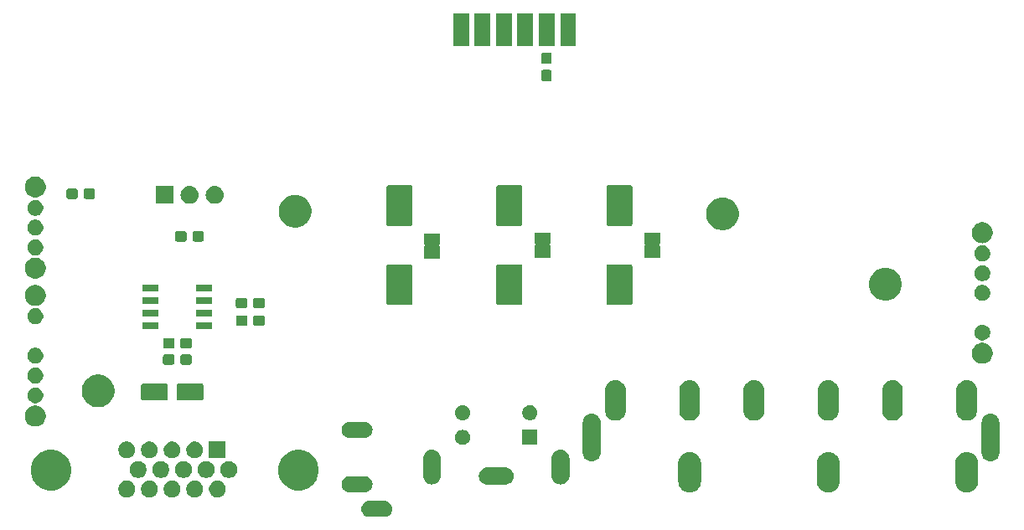
<source format=gts>
G04 #@! TF.GenerationSoftware,KiCad,Pcbnew,(5.1.0)-1*
G04 #@! TF.CreationDate,2019-06-07T12:29:43-04:00*
G04 #@! TF.ProjectId,PSX Breakout,50535820-4272-4656-916b-6f75742e6b69,rev?*
G04 #@! TF.SameCoordinates,Original*
G04 #@! TF.FileFunction,Soldermask,Top*
G04 #@! TF.FilePolarity,Negative*
%FSLAX46Y46*%
G04 Gerber Fmt 4.6, Leading zero omitted, Abs format (unit mm)*
G04 Created by KiCad (PCBNEW (5.1.0)-1) date 2019-06-07 12:29:43*
%MOMM*%
%LPD*%
G04 APERTURE LIST*
%ADD10C,0.100000*%
G04 APERTURE END LIST*
D10*
G36*
X127530808Y-109442648D02*
G01*
X127682551Y-109488678D01*
X127822398Y-109563428D01*
X127944975Y-109664025D01*
X128045572Y-109786602D01*
X128120322Y-109926449D01*
X128166352Y-110078192D01*
X128181895Y-110236000D01*
X128166352Y-110393808D01*
X128120322Y-110545551D01*
X128045572Y-110685398D01*
X127944975Y-110807975D01*
X127822398Y-110908572D01*
X127682551Y-110983322D01*
X127530808Y-111029352D01*
X127412546Y-111041000D01*
X125825454Y-111041000D01*
X125707192Y-111029352D01*
X125555449Y-110983322D01*
X125415602Y-110908572D01*
X125293025Y-110807975D01*
X125192428Y-110685398D01*
X125117678Y-110545551D01*
X125071648Y-110393808D01*
X125056105Y-110236000D01*
X125071648Y-110078192D01*
X125117678Y-109926449D01*
X125192428Y-109786602D01*
X125293025Y-109664025D01*
X125415602Y-109563428D01*
X125555449Y-109488678D01*
X125707192Y-109442648D01*
X125825454Y-109431000D01*
X127412546Y-109431000D01*
X127530808Y-109442648D01*
X127530808Y-109442648D01*
G37*
G36*
X110758728Y-107408703D02*
G01*
X110913600Y-107472853D01*
X111052981Y-107565985D01*
X111171515Y-107684519D01*
X111264647Y-107823900D01*
X111328797Y-107978772D01*
X111361500Y-108143184D01*
X111361500Y-108310816D01*
X111328797Y-108475228D01*
X111264647Y-108630100D01*
X111171515Y-108769481D01*
X111052981Y-108888015D01*
X110913600Y-108981147D01*
X110758728Y-109045297D01*
X110594316Y-109078000D01*
X110426684Y-109078000D01*
X110262272Y-109045297D01*
X110107400Y-108981147D01*
X109968019Y-108888015D01*
X109849485Y-108769481D01*
X109756353Y-108630100D01*
X109692203Y-108475228D01*
X109659500Y-108310816D01*
X109659500Y-108143184D01*
X109692203Y-107978772D01*
X109756353Y-107823900D01*
X109849485Y-107684519D01*
X109968019Y-107565985D01*
X110107400Y-107472853D01*
X110262272Y-107408703D01*
X110426684Y-107376000D01*
X110594316Y-107376000D01*
X110758728Y-107408703D01*
X110758728Y-107408703D01*
G37*
G36*
X108468728Y-107408703D02*
G01*
X108623600Y-107472853D01*
X108762981Y-107565985D01*
X108881515Y-107684519D01*
X108974647Y-107823900D01*
X109038797Y-107978772D01*
X109071500Y-108143184D01*
X109071500Y-108310816D01*
X109038797Y-108475228D01*
X108974647Y-108630100D01*
X108881515Y-108769481D01*
X108762981Y-108888015D01*
X108623600Y-108981147D01*
X108468728Y-109045297D01*
X108304316Y-109078000D01*
X108136684Y-109078000D01*
X107972272Y-109045297D01*
X107817400Y-108981147D01*
X107678019Y-108888015D01*
X107559485Y-108769481D01*
X107466353Y-108630100D01*
X107402203Y-108475228D01*
X107369500Y-108310816D01*
X107369500Y-108143184D01*
X107402203Y-107978772D01*
X107466353Y-107823900D01*
X107559485Y-107684519D01*
X107678019Y-107565985D01*
X107817400Y-107472853D01*
X107972272Y-107408703D01*
X108136684Y-107376000D01*
X108304316Y-107376000D01*
X108468728Y-107408703D01*
X108468728Y-107408703D01*
G37*
G36*
X106178728Y-107408703D02*
G01*
X106333600Y-107472853D01*
X106472981Y-107565985D01*
X106591515Y-107684519D01*
X106684647Y-107823900D01*
X106748797Y-107978772D01*
X106781500Y-108143184D01*
X106781500Y-108310816D01*
X106748797Y-108475228D01*
X106684647Y-108630100D01*
X106591515Y-108769481D01*
X106472981Y-108888015D01*
X106333600Y-108981147D01*
X106178728Y-109045297D01*
X106014316Y-109078000D01*
X105846684Y-109078000D01*
X105682272Y-109045297D01*
X105527400Y-108981147D01*
X105388019Y-108888015D01*
X105269485Y-108769481D01*
X105176353Y-108630100D01*
X105112203Y-108475228D01*
X105079500Y-108310816D01*
X105079500Y-108143184D01*
X105112203Y-107978772D01*
X105176353Y-107823900D01*
X105269485Y-107684519D01*
X105388019Y-107565985D01*
X105527400Y-107472853D01*
X105682272Y-107408703D01*
X105846684Y-107376000D01*
X106014316Y-107376000D01*
X106178728Y-107408703D01*
X106178728Y-107408703D01*
G37*
G36*
X101598728Y-107408703D02*
G01*
X101753600Y-107472853D01*
X101892981Y-107565985D01*
X102011515Y-107684519D01*
X102104647Y-107823900D01*
X102168797Y-107978772D01*
X102201500Y-108143184D01*
X102201500Y-108310816D01*
X102168797Y-108475228D01*
X102104647Y-108630100D01*
X102011515Y-108769481D01*
X101892981Y-108888015D01*
X101753600Y-108981147D01*
X101598728Y-109045297D01*
X101434316Y-109078000D01*
X101266684Y-109078000D01*
X101102272Y-109045297D01*
X100947400Y-108981147D01*
X100808019Y-108888015D01*
X100689485Y-108769481D01*
X100596353Y-108630100D01*
X100532203Y-108475228D01*
X100499500Y-108310816D01*
X100499500Y-108143184D01*
X100532203Y-107978772D01*
X100596353Y-107823900D01*
X100689485Y-107684519D01*
X100808019Y-107565985D01*
X100947400Y-107472853D01*
X101102272Y-107408703D01*
X101266684Y-107376000D01*
X101434316Y-107376000D01*
X101598728Y-107408703D01*
X101598728Y-107408703D01*
G37*
G36*
X103888728Y-107408703D02*
G01*
X104043600Y-107472853D01*
X104182981Y-107565985D01*
X104301515Y-107684519D01*
X104394647Y-107823900D01*
X104458797Y-107978772D01*
X104491500Y-108143184D01*
X104491500Y-108310816D01*
X104458797Y-108475228D01*
X104394647Y-108630100D01*
X104301515Y-108769481D01*
X104182981Y-108888015D01*
X104043600Y-108981147D01*
X103888728Y-109045297D01*
X103724316Y-109078000D01*
X103556684Y-109078000D01*
X103392272Y-109045297D01*
X103237400Y-108981147D01*
X103098019Y-108888015D01*
X102979485Y-108769481D01*
X102886353Y-108630100D01*
X102822203Y-108475228D01*
X102789500Y-108310816D01*
X102789500Y-108143184D01*
X102822203Y-107978772D01*
X102886353Y-107823900D01*
X102979485Y-107684519D01*
X103098019Y-107565985D01*
X103237400Y-107472853D01*
X103392272Y-107408703D01*
X103556684Y-107376000D01*
X103724316Y-107376000D01*
X103888728Y-107408703D01*
X103888728Y-107408703D01*
G37*
G36*
X186449134Y-104475654D02*
G01*
X186666099Y-104541470D01*
X186666101Y-104541471D01*
X186866053Y-104648347D01*
X186892559Y-104670100D01*
X187041318Y-104792182D01*
X187094074Y-104856466D01*
X187185153Y-104967445D01*
X187282829Y-105150186D01*
X187292030Y-105167400D01*
X187320963Y-105262779D01*
X187357846Y-105384366D01*
X187374500Y-105553455D01*
X187374500Y-107466545D01*
X187367050Y-107542185D01*
X187357846Y-107635635D01*
X187311031Y-107789963D01*
X187292029Y-107852602D01*
X187185153Y-108052555D01*
X187041318Y-108227818D01*
X186866055Y-108371653D01*
X186672278Y-108475228D01*
X186666100Y-108478530D01*
X186449135Y-108544346D01*
X186223500Y-108566569D01*
X185997866Y-108544346D01*
X185780901Y-108478530D01*
X185774723Y-108475228D01*
X185580946Y-108371653D01*
X185405683Y-108227818D01*
X185261848Y-108052555D01*
X185154972Y-107852602D01*
X185135971Y-107789963D01*
X185089155Y-107635635D01*
X185075026Y-107492185D01*
X185072500Y-107466544D01*
X185072500Y-105553456D01*
X185084787Y-105428703D01*
X185089154Y-105384366D01*
X185154970Y-105167401D01*
X185154972Y-105167398D01*
X185261847Y-104967447D01*
X185294208Y-104928015D01*
X185405682Y-104792182D01*
X185488904Y-104723884D01*
X185580945Y-104648347D01*
X185780898Y-104541471D01*
X185780900Y-104541470D01*
X185997865Y-104475654D01*
X186223500Y-104453431D01*
X186449134Y-104475654D01*
X186449134Y-104475654D01*
G37*
G36*
X172449134Y-104475654D02*
G01*
X172666099Y-104541470D01*
X172666101Y-104541471D01*
X172866053Y-104648347D01*
X172892559Y-104670100D01*
X173041318Y-104792182D01*
X173094074Y-104856466D01*
X173185153Y-104967445D01*
X173282829Y-105150186D01*
X173292030Y-105167400D01*
X173320963Y-105262779D01*
X173357846Y-105384366D01*
X173374500Y-105553455D01*
X173374500Y-107466545D01*
X173367050Y-107542185D01*
X173357846Y-107635635D01*
X173311031Y-107789963D01*
X173292029Y-107852602D01*
X173185153Y-108052555D01*
X173041318Y-108227818D01*
X172866055Y-108371653D01*
X172672278Y-108475228D01*
X172666100Y-108478530D01*
X172449135Y-108544346D01*
X172223500Y-108566569D01*
X171997866Y-108544346D01*
X171780901Y-108478530D01*
X171774723Y-108475228D01*
X171580946Y-108371653D01*
X171405683Y-108227818D01*
X171261848Y-108052555D01*
X171154972Y-107852602D01*
X171135971Y-107789963D01*
X171089155Y-107635635D01*
X171075026Y-107492185D01*
X171072500Y-107466544D01*
X171072500Y-105553456D01*
X171084787Y-105428703D01*
X171089154Y-105384366D01*
X171154970Y-105167401D01*
X171154972Y-105167398D01*
X171261847Y-104967447D01*
X171294208Y-104928015D01*
X171405682Y-104792182D01*
X171488904Y-104723884D01*
X171580945Y-104648347D01*
X171780898Y-104541471D01*
X171780900Y-104541470D01*
X171997865Y-104475654D01*
X172223500Y-104453431D01*
X172449134Y-104475654D01*
X172449134Y-104475654D01*
G37*
G36*
X158449134Y-104475654D02*
G01*
X158666099Y-104541470D01*
X158666101Y-104541471D01*
X158866053Y-104648347D01*
X158892559Y-104670100D01*
X159041318Y-104792182D01*
X159094074Y-104856466D01*
X159185153Y-104967445D01*
X159282829Y-105150186D01*
X159292030Y-105167400D01*
X159320963Y-105262779D01*
X159357846Y-105384366D01*
X159374500Y-105553455D01*
X159374500Y-107466545D01*
X159367050Y-107542185D01*
X159357846Y-107635635D01*
X159311031Y-107789963D01*
X159292029Y-107852602D01*
X159185153Y-108052555D01*
X159041318Y-108227818D01*
X158866055Y-108371653D01*
X158672278Y-108475228D01*
X158666100Y-108478530D01*
X158449135Y-108544346D01*
X158223500Y-108566569D01*
X157997866Y-108544346D01*
X157780901Y-108478530D01*
X157774723Y-108475228D01*
X157580946Y-108371653D01*
X157405683Y-108227818D01*
X157261848Y-108052555D01*
X157154972Y-107852602D01*
X157135971Y-107789963D01*
X157089155Y-107635635D01*
X157075026Y-107492185D01*
X157072500Y-107466544D01*
X157072500Y-105553456D01*
X157084787Y-105428703D01*
X157089154Y-105384366D01*
X157154970Y-105167401D01*
X157154972Y-105167398D01*
X157261847Y-104967447D01*
X157294208Y-104928015D01*
X157405682Y-104792182D01*
X157488904Y-104723884D01*
X157580945Y-104648347D01*
X157780898Y-104541471D01*
X157780900Y-104541470D01*
X157997865Y-104475654D01*
X158223500Y-104453431D01*
X158449134Y-104475654D01*
X158449134Y-104475654D01*
G37*
G36*
X125530808Y-106942648D02*
G01*
X125682551Y-106988678D01*
X125822398Y-107063428D01*
X125944975Y-107164025D01*
X126045572Y-107286602D01*
X126120322Y-107426449D01*
X126166352Y-107578192D01*
X126181895Y-107736000D01*
X126166352Y-107893808D01*
X126120322Y-108045551D01*
X126045572Y-108185398D01*
X125944975Y-108307975D01*
X125822398Y-108408572D01*
X125682551Y-108483322D01*
X125530808Y-108529352D01*
X125412546Y-108541000D01*
X123825454Y-108541000D01*
X123707192Y-108529352D01*
X123555449Y-108483322D01*
X123415602Y-108408572D01*
X123293025Y-108307975D01*
X123192428Y-108185398D01*
X123117678Y-108045551D01*
X123071648Y-107893808D01*
X123056105Y-107736000D01*
X123071648Y-107578192D01*
X123117678Y-107426449D01*
X123192428Y-107286602D01*
X123293025Y-107164025D01*
X123415602Y-107063428D01*
X123555449Y-106988678D01*
X123707192Y-106942648D01*
X123825454Y-106931000D01*
X125412546Y-106931000D01*
X125530808Y-106942648D01*
X125530808Y-106942648D01*
G37*
G36*
X94293754Y-104344818D02*
G01*
X94609620Y-104475654D01*
X94667013Y-104499427D01*
X95002936Y-104723884D01*
X95288616Y-105009564D01*
X95457809Y-105262778D01*
X95513074Y-105345489D01*
X95667682Y-105718746D01*
X95746500Y-106114993D01*
X95746500Y-106519007D01*
X95667682Y-106915254D01*
X95550372Y-107198465D01*
X95513073Y-107288513D01*
X95288616Y-107624436D01*
X95002936Y-107910116D01*
X94667013Y-108134573D01*
X94667012Y-108134574D01*
X94667011Y-108134574D01*
X94293754Y-108289182D01*
X93897507Y-108368000D01*
X93493493Y-108368000D01*
X93097246Y-108289182D01*
X92723989Y-108134574D01*
X92723988Y-108134574D01*
X92723987Y-108134573D01*
X92388064Y-107910116D01*
X92102384Y-107624436D01*
X91877927Y-107288513D01*
X91840628Y-107198465D01*
X91723318Y-106915254D01*
X91644500Y-106519007D01*
X91644500Y-106114993D01*
X91723318Y-105718746D01*
X91877926Y-105345489D01*
X91933192Y-105262778D01*
X92102384Y-105009564D01*
X92388064Y-104723884D01*
X92723987Y-104499427D01*
X92781380Y-104475654D01*
X93097246Y-104344818D01*
X93493493Y-104266000D01*
X93897507Y-104266000D01*
X94293754Y-104344818D01*
X94293754Y-104344818D01*
G37*
G36*
X119293754Y-104344818D02*
G01*
X119609620Y-104475654D01*
X119667013Y-104499427D01*
X120002936Y-104723884D01*
X120288616Y-105009564D01*
X120457809Y-105262778D01*
X120513074Y-105345489D01*
X120667682Y-105718746D01*
X120746500Y-106114993D01*
X120746500Y-106519007D01*
X120667682Y-106915254D01*
X120550372Y-107198465D01*
X120513073Y-107288513D01*
X120288616Y-107624436D01*
X120002936Y-107910116D01*
X119667013Y-108134573D01*
X119667012Y-108134574D01*
X119667011Y-108134574D01*
X119293754Y-108289182D01*
X118897507Y-108368000D01*
X118493493Y-108368000D01*
X118097246Y-108289182D01*
X117723989Y-108134574D01*
X117723988Y-108134574D01*
X117723987Y-108134573D01*
X117388064Y-107910116D01*
X117102384Y-107624436D01*
X116877927Y-107288513D01*
X116840628Y-107198465D01*
X116723318Y-106915254D01*
X116644500Y-106519007D01*
X116644500Y-106114993D01*
X116723318Y-105718746D01*
X116877926Y-105345489D01*
X116933192Y-105262778D01*
X117102384Y-105009564D01*
X117388064Y-104723884D01*
X117723987Y-104499427D01*
X117781380Y-104475654D01*
X118097246Y-104344818D01*
X118493493Y-104266000D01*
X118897507Y-104266000D01*
X119293754Y-104344818D01*
X119293754Y-104344818D01*
G37*
G36*
X139644443Y-106007519D02*
G01*
X139710627Y-106014037D01*
X139880466Y-106065557D01*
X140036991Y-106149222D01*
X140072729Y-106178552D01*
X140174186Y-106261814D01*
X140257448Y-106363271D01*
X140286778Y-106399009D01*
X140370443Y-106555534D01*
X140421963Y-106725373D01*
X140439359Y-106902000D01*
X140421963Y-107078627D01*
X140370443Y-107248466D01*
X140286778Y-107404991D01*
X140257448Y-107440729D01*
X140174186Y-107542186D01*
X140097916Y-107604778D01*
X140036991Y-107654778D01*
X140036989Y-107654779D01*
X139885037Y-107736000D01*
X139880466Y-107738443D01*
X139710627Y-107789963D01*
X139644442Y-107796482D01*
X139578260Y-107803000D01*
X137789740Y-107803000D01*
X137723558Y-107796482D01*
X137657373Y-107789963D01*
X137487534Y-107738443D01*
X137482964Y-107736000D01*
X137331011Y-107654779D01*
X137331009Y-107654778D01*
X137270084Y-107604778D01*
X137193814Y-107542186D01*
X137110552Y-107440729D01*
X137081222Y-107404991D01*
X136997557Y-107248466D01*
X136946037Y-107078627D01*
X136928641Y-106902000D01*
X136946037Y-106725373D01*
X136997557Y-106555534D01*
X137081222Y-106399009D01*
X137110552Y-106363271D01*
X137193814Y-106261814D01*
X137295271Y-106178552D01*
X137331009Y-106149222D01*
X137487534Y-106065557D01*
X137657373Y-106014037D01*
X137723557Y-106007519D01*
X137789740Y-106001000D01*
X139578260Y-106001000D01*
X139644443Y-106007519D01*
X139644443Y-106007519D01*
G37*
G36*
X145360627Y-104264037D02*
G01*
X145530466Y-104315557D01*
X145686991Y-104399222D01*
X145722729Y-104428552D01*
X145824186Y-104511814D01*
X145907448Y-104613271D01*
X145936778Y-104649009D01*
X146020443Y-104805534D01*
X146071963Y-104975373D01*
X146071963Y-104975375D01*
X146085000Y-105107740D01*
X146085000Y-106896260D01*
X146083842Y-106908015D01*
X146071963Y-107028627D01*
X146020443Y-107198466D01*
X145936778Y-107354991D01*
X145919536Y-107376000D01*
X145824186Y-107492186D01*
X145686989Y-107604779D01*
X145530467Y-107688442D01*
X145530465Y-107688443D01*
X145360626Y-107739963D01*
X145184000Y-107757359D01*
X145007373Y-107739963D01*
X144837534Y-107688443D01*
X144681009Y-107604778D01*
X144633740Y-107565985D01*
X144543814Y-107492186D01*
X144431221Y-107354989D01*
X144347558Y-107198467D01*
X144337110Y-107164025D01*
X144296037Y-107028626D01*
X144284158Y-106908015D01*
X144283000Y-106896259D01*
X144283001Y-105107740D01*
X144296038Y-104975375D01*
X144296038Y-104975373D01*
X144347558Y-104805534D01*
X144431223Y-104649009D01*
X144460553Y-104613271D01*
X144543815Y-104511814D01*
X144645272Y-104428552D01*
X144681010Y-104399222D01*
X144837535Y-104315557D01*
X145007374Y-104264037D01*
X145184000Y-104246641D01*
X145360627Y-104264037D01*
X145360627Y-104264037D01*
G37*
G36*
X132360626Y-104264037D02*
G01*
X132530465Y-104315557D01*
X132530467Y-104315558D01*
X132686989Y-104399221D01*
X132824186Y-104511814D01*
X132907448Y-104613271D01*
X132936778Y-104649009D01*
X133020443Y-104805534D01*
X133071963Y-104975373D01*
X133071963Y-104975375D01*
X133085000Y-105107740D01*
X133085000Y-106896260D01*
X133083842Y-106908015D01*
X133071963Y-107028627D01*
X133020443Y-107198466D01*
X132936778Y-107354991D01*
X132919536Y-107376000D01*
X132824186Y-107492186D01*
X132734260Y-107565985D01*
X132686991Y-107604778D01*
X132530466Y-107688443D01*
X132360627Y-107739963D01*
X132184000Y-107757359D01*
X132007374Y-107739963D01*
X131837535Y-107688443D01*
X131681010Y-107604778D01*
X131633741Y-107565985D01*
X131543815Y-107492186D01*
X131448465Y-107376000D01*
X131431223Y-107354991D01*
X131347558Y-107198466D01*
X131296038Y-107028627D01*
X131284159Y-106908015D01*
X131283001Y-106896260D01*
X131283000Y-105107741D01*
X131296037Y-104975376D01*
X131296037Y-104975374D01*
X131347557Y-104805535D01*
X131354694Y-104792182D01*
X131431221Y-104649011D01*
X131543814Y-104511814D01*
X131645271Y-104428552D01*
X131681009Y-104399222D01*
X131837534Y-104315557D01*
X132007373Y-104264037D01*
X132184000Y-104246641D01*
X132360626Y-104264037D01*
X132360626Y-104264037D01*
G37*
G36*
X107323728Y-105428703D02*
G01*
X107478600Y-105492853D01*
X107617981Y-105585985D01*
X107736515Y-105704519D01*
X107829647Y-105843900D01*
X107893797Y-105998772D01*
X107926500Y-106163184D01*
X107926500Y-106330816D01*
X107893797Y-106495228D01*
X107829647Y-106650100D01*
X107736515Y-106789481D01*
X107617981Y-106908015D01*
X107478600Y-107001147D01*
X107323728Y-107065297D01*
X107159316Y-107098000D01*
X106991684Y-107098000D01*
X106827272Y-107065297D01*
X106672400Y-107001147D01*
X106533019Y-106908015D01*
X106414485Y-106789481D01*
X106321353Y-106650100D01*
X106257203Y-106495228D01*
X106224500Y-106330816D01*
X106224500Y-106163184D01*
X106257203Y-105998772D01*
X106321353Y-105843900D01*
X106414485Y-105704519D01*
X106533019Y-105585985D01*
X106672400Y-105492853D01*
X106827272Y-105428703D01*
X106991684Y-105396000D01*
X107159316Y-105396000D01*
X107323728Y-105428703D01*
X107323728Y-105428703D01*
G37*
G36*
X105033728Y-105428703D02*
G01*
X105188600Y-105492853D01*
X105327981Y-105585985D01*
X105446515Y-105704519D01*
X105539647Y-105843900D01*
X105603797Y-105998772D01*
X105636500Y-106163184D01*
X105636500Y-106330816D01*
X105603797Y-106495228D01*
X105539647Y-106650100D01*
X105446515Y-106789481D01*
X105327981Y-106908015D01*
X105188600Y-107001147D01*
X105033728Y-107065297D01*
X104869316Y-107098000D01*
X104701684Y-107098000D01*
X104537272Y-107065297D01*
X104382400Y-107001147D01*
X104243019Y-106908015D01*
X104124485Y-106789481D01*
X104031353Y-106650100D01*
X103967203Y-106495228D01*
X103934500Y-106330816D01*
X103934500Y-106163184D01*
X103967203Y-105998772D01*
X104031353Y-105843900D01*
X104124485Y-105704519D01*
X104243019Y-105585985D01*
X104382400Y-105492853D01*
X104537272Y-105428703D01*
X104701684Y-105396000D01*
X104869316Y-105396000D01*
X105033728Y-105428703D01*
X105033728Y-105428703D01*
G37*
G36*
X102743728Y-105428703D02*
G01*
X102898600Y-105492853D01*
X103037981Y-105585985D01*
X103156515Y-105704519D01*
X103249647Y-105843900D01*
X103313797Y-105998772D01*
X103346500Y-106163184D01*
X103346500Y-106330816D01*
X103313797Y-106495228D01*
X103249647Y-106650100D01*
X103156515Y-106789481D01*
X103037981Y-106908015D01*
X102898600Y-107001147D01*
X102743728Y-107065297D01*
X102579316Y-107098000D01*
X102411684Y-107098000D01*
X102247272Y-107065297D01*
X102092400Y-107001147D01*
X101953019Y-106908015D01*
X101834485Y-106789481D01*
X101741353Y-106650100D01*
X101677203Y-106495228D01*
X101644500Y-106330816D01*
X101644500Y-106163184D01*
X101677203Y-105998772D01*
X101741353Y-105843900D01*
X101834485Y-105704519D01*
X101953019Y-105585985D01*
X102092400Y-105492853D01*
X102247272Y-105428703D01*
X102411684Y-105396000D01*
X102579316Y-105396000D01*
X102743728Y-105428703D01*
X102743728Y-105428703D01*
G37*
G36*
X109613728Y-105428703D02*
G01*
X109768600Y-105492853D01*
X109907981Y-105585985D01*
X110026515Y-105704519D01*
X110119647Y-105843900D01*
X110183797Y-105998772D01*
X110216500Y-106163184D01*
X110216500Y-106330816D01*
X110183797Y-106495228D01*
X110119647Y-106650100D01*
X110026515Y-106789481D01*
X109907981Y-106908015D01*
X109768600Y-107001147D01*
X109613728Y-107065297D01*
X109449316Y-107098000D01*
X109281684Y-107098000D01*
X109117272Y-107065297D01*
X108962400Y-107001147D01*
X108823019Y-106908015D01*
X108704485Y-106789481D01*
X108611353Y-106650100D01*
X108547203Y-106495228D01*
X108514500Y-106330816D01*
X108514500Y-106163184D01*
X108547203Y-105998772D01*
X108611353Y-105843900D01*
X108704485Y-105704519D01*
X108823019Y-105585985D01*
X108962400Y-105492853D01*
X109117272Y-105428703D01*
X109281684Y-105396000D01*
X109449316Y-105396000D01*
X109613728Y-105428703D01*
X109613728Y-105428703D01*
G37*
G36*
X111903728Y-105428703D02*
G01*
X112058600Y-105492853D01*
X112197981Y-105585985D01*
X112316515Y-105704519D01*
X112409647Y-105843900D01*
X112473797Y-105998772D01*
X112506500Y-106163184D01*
X112506500Y-106330816D01*
X112473797Y-106495228D01*
X112409647Y-106650100D01*
X112316515Y-106789481D01*
X112197981Y-106908015D01*
X112058600Y-107001147D01*
X111903728Y-107065297D01*
X111739316Y-107098000D01*
X111571684Y-107098000D01*
X111407272Y-107065297D01*
X111252400Y-107001147D01*
X111113019Y-106908015D01*
X110994485Y-106789481D01*
X110901353Y-106650100D01*
X110837203Y-106495228D01*
X110804500Y-106330816D01*
X110804500Y-106163184D01*
X110837203Y-105998772D01*
X110901353Y-105843900D01*
X110994485Y-105704519D01*
X111113019Y-105585985D01*
X111252400Y-105492853D01*
X111407272Y-105428703D01*
X111571684Y-105396000D01*
X111739316Y-105396000D01*
X111903728Y-105428703D01*
X111903728Y-105428703D01*
G37*
G36*
X188800126Y-100622037D02*
G01*
X188969965Y-100673557D01*
X188969967Y-100673558D01*
X189126489Y-100757221D01*
X189263686Y-100869814D01*
X189325810Y-100945514D01*
X189376278Y-101007009D01*
X189459943Y-101163534D01*
X189511463Y-101333373D01*
X189511463Y-101333375D01*
X189522226Y-101442648D01*
X189524500Y-101465742D01*
X189524500Y-104554258D01*
X189511463Y-104686627D01*
X189459943Y-104856466D01*
X189376278Y-105012991D01*
X189346948Y-105048729D01*
X189263686Y-105150186D01*
X189162229Y-105233448D01*
X189126491Y-105262778D01*
X188969966Y-105346443D01*
X188800127Y-105397963D01*
X188623500Y-105415359D01*
X188446874Y-105397963D01*
X188277035Y-105346443D01*
X188120510Y-105262778D01*
X188084772Y-105233448D01*
X187983315Y-105150186D01*
X187900053Y-105048729D01*
X187870723Y-105012991D01*
X187787058Y-104856466D01*
X187735538Y-104686627D01*
X187722501Y-104554258D01*
X187722500Y-101465743D01*
X187724775Y-101442648D01*
X187735537Y-101333376D01*
X187735537Y-101333374D01*
X187787057Y-101163535D01*
X187800651Y-101138103D01*
X187870721Y-101007011D01*
X187983314Y-100869814D01*
X188084771Y-100786552D01*
X188120509Y-100757222D01*
X188277034Y-100673557D01*
X188446873Y-100622037D01*
X188623500Y-100604641D01*
X188800126Y-100622037D01*
X188800126Y-100622037D01*
G37*
G36*
X148500126Y-100622037D02*
G01*
X148669965Y-100673557D01*
X148669967Y-100673558D01*
X148826489Y-100757221D01*
X148963686Y-100869814D01*
X149025810Y-100945514D01*
X149076278Y-101007009D01*
X149159943Y-101163534D01*
X149211463Y-101333373D01*
X149211463Y-101333375D01*
X149222226Y-101442648D01*
X149224500Y-101465742D01*
X149224500Y-104554258D01*
X149211463Y-104686627D01*
X149159943Y-104856466D01*
X149076278Y-105012991D01*
X149046948Y-105048729D01*
X148963686Y-105150186D01*
X148862229Y-105233448D01*
X148826491Y-105262778D01*
X148669966Y-105346443D01*
X148500127Y-105397963D01*
X148323500Y-105415359D01*
X148146874Y-105397963D01*
X147977035Y-105346443D01*
X147820510Y-105262778D01*
X147784772Y-105233448D01*
X147683315Y-105150186D01*
X147600053Y-105048729D01*
X147570723Y-105012991D01*
X147487058Y-104856466D01*
X147435538Y-104686627D01*
X147422501Y-104554258D01*
X147422500Y-101465743D01*
X147424775Y-101442648D01*
X147435537Y-101333376D01*
X147435537Y-101333374D01*
X147487057Y-101163535D01*
X147500651Y-101138103D01*
X147570721Y-101007011D01*
X147683314Y-100869814D01*
X147784771Y-100786552D01*
X147820509Y-100757222D01*
X147977034Y-100673557D01*
X148146873Y-100622037D01*
X148323500Y-100604641D01*
X148500126Y-100622037D01*
X148500126Y-100622037D01*
G37*
G36*
X103888728Y-103448703D02*
G01*
X104043600Y-103512853D01*
X104182981Y-103605985D01*
X104301515Y-103724519D01*
X104394647Y-103863900D01*
X104458797Y-104018772D01*
X104491500Y-104183184D01*
X104491500Y-104350816D01*
X104458797Y-104515228D01*
X104394647Y-104670100D01*
X104301515Y-104809481D01*
X104182981Y-104928015D01*
X104043600Y-105021147D01*
X103888728Y-105085297D01*
X103724316Y-105118000D01*
X103556684Y-105118000D01*
X103392272Y-105085297D01*
X103237400Y-105021147D01*
X103098019Y-104928015D01*
X102979485Y-104809481D01*
X102886353Y-104670100D01*
X102822203Y-104515228D01*
X102789500Y-104350816D01*
X102789500Y-104183184D01*
X102822203Y-104018772D01*
X102886353Y-103863900D01*
X102979485Y-103724519D01*
X103098019Y-103605985D01*
X103237400Y-103512853D01*
X103392272Y-103448703D01*
X103556684Y-103416000D01*
X103724316Y-103416000D01*
X103888728Y-103448703D01*
X103888728Y-103448703D01*
G37*
G36*
X101598728Y-103448703D02*
G01*
X101753600Y-103512853D01*
X101892981Y-103605985D01*
X102011515Y-103724519D01*
X102104647Y-103863900D01*
X102168797Y-104018772D01*
X102201500Y-104183184D01*
X102201500Y-104350816D01*
X102168797Y-104515228D01*
X102104647Y-104670100D01*
X102011515Y-104809481D01*
X101892981Y-104928015D01*
X101753600Y-105021147D01*
X101598728Y-105085297D01*
X101434316Y-105118000D01*
X101266684Y-105118000D01*
X101102272Y-105085297D01*
X100947400Y-105021147D01*
X100808019Y-104928015D01*
X100689485Y-104809481D01*
X100596353Y-104670100D01*
X100532203Y-104515228D01*
X100499500Y-104350816D01*
X100499500Y-104183184D01*
X100532203Y-104018772D01*
X100596353Y-103863900D01*
X100689485Y-103724519D01*
X100808019Y-103605985D01*
X100947400Y-103512853D01*
X101102272Y-103448703D01*
X101266684Y-103416000D01*
X101434316Y-103416000D01*
X101598728Y-103448703D01*
X101598728Y-103448703D01*
G37*
G36*
X106178728Y-103448703D02*
G01*
X106333600Y-103512853D01*
X106472981Y-103605985D01*
X106591515Y-103724519D01*
X106684647Y-103863900D01*
X106748797Y-104018772D01*
X106781500Y-104183184D01*
X106781500Y-104350816D01*
X106748797Y-104515228D01*
X106684647Y-104670100D01*
X106591515Y-104809481D01*
X106472981Y-104928015D01*
X106333600Y-105021147D01*
X106178728Y-105085297D01*
X106014316Y-105118000D01*
X105846684Y-105118000D01*
X105682272Y-105085297D01*
X105527400Y-105021147D01*
X105388019Y-104928015D01*
X105269485Y-104809481D01*
X105176353Y-104670100D01*
X105112203Y-104515228D01*
X105079500Y-104350816D01*
X105079500Y-104183184D01*
X105112203Y-104018772D01*
X105176353Y-103863900D01*
X105269485Y-103724519D01*
X105388019Y-103605985D01*
X105527400Y-103512853D01*
X105682272Y-103448703D01*
X105846684Y-103416000D01*
X106014316Y-103416000D01*
X106178728Y-103448703D01*
X106178728Y-103448703D01*
G37*
G36*
X108468728Y-103448703D02*
G01*
X108623600Y-103512853D01*
X108762981Y-103605985D01*
X108881515Y-103724519D01*
X108974647Y-103863900D01*
X109038797Y-104018772D01*
X109071500Y-104183184D01*
X109071500Y-104350816D01*
X109038797Y-104515228D01*
X108974647Y-104670100D01*
X108881515Y-104809481D01*
X108762981Y-104928015D01*
X108623600Y-105021147D01*
X108468728Y-105085297D01*
X108304316Y-105118000D01*
X108136684Y-105118000D01*
X107972272Y-105085297D01*
X107817400Y-105021147D01*
X107678019Y-104928015D01*
X107559485Y-104809481D01*
X107466353Y-104670100D01*
X107402203Y-104515228D01*
X107369500Y-104350816D01*
X107369500Y-104183184D01*
X107402203Y-104018772D01*
X107466353Y-103863900D01*
X107559485Y-103724519D01*
X107678019Y-103605985D01*
X107817400Y-103512853D01*
X107972272Y-103448703D01*
X108136684Y-103416000D01*
X108304316Y-103416000D01*
X108468728Y-103448703D01*
X108468728Y-103448703D01*
G37*
G36*
X111361500Y-105118000D02*
G01*
X109659500Y-105118000D01*
X109659500Y-103416000D01*
X111361500Y-103416000D01*
X111361500Y-105118000D01*
X111361500Y-105118000D01*
G37*
G36*
X142839000Y-103757000D02*
G01*
X141329000Y-103757000D01*
X141329000Y-102247000D01*
X142839000Y-102247000D01*
X142839000Y-103757000D01*
X142839000Y-103757000D01*
G37*
G36*
X135431293Y-102261507D02*
G01*
X135504225Y-102276014D01*
X135561138Y-102299588D01*
X135641626Y-102332927D01*
X135765284Y-102415553D01*
X135870447Y-102520716D01*
X135953073Y-102644374D01*
X136009986Y-102781776D01*
X136039000Y-102927638D01*
X136039000Y-103076362D01*
X136009986Y-103222224D01*
X135953073Y-103359626D01*
X135870447Y-103483284D01*
X135765284Y-103588447D01*
X135641626Y-103671073D01*
X135561138Y-103704412D01*
X135504225Y-103727986D01*
X135431293Y-103742493D01*
X135358362Y-103757000D01*
X135209638Y-103757000D01*
X135136707Y-103742493D01*
X135063775Y-103727986D01*
X135006862Y-103704412D01*
X134926374Y-103671073D01*
X134802716Y-103588447D01*
X134697553Y-103483284D01*
X134614927Y-103359626D01*
X134558014Y-103222224D01*
X134529000Y-103076362D01*
X134529000Y-102927638D01*
X134558014Y-102781776D01*
X134614927Y-102644374D01*
X134697553Y-102520716D01*
X134802716Y-102415553D01*
X134926374Y-102332927D01*
X135006862Y-102299588D01*
X135063775Y-102276014D01*
X135136707Y-102261507D01*
X135209638Y-102247000D01*
X135358362Y-102247000D01*
X135431293Y-102261507D01*
X135431293Y-102261507D01*
G37*
G36*
X125530808Y-101442648D02*
G01*
X125682551Y-101488678D01*
X125822398Y-101563428D01*
X125944975Y-101664025D01*
X126045572Y-101786602D01*
X126120322Y-101926449D01*
X126166352Y-102078192D01*
X126181895Y-102236000D01*
X126166352Y-102393808D01*
X126120322Y-102545551D01*
X126045572Y-102685398D01*
X125944975Y-102807975D01*
X125822398Y-102908572D01*
X125682551Y-102983322D01*
X125530808Y-103029352D01*
X125412546Y-103041000D01*
X123825454Y-103041000D01*
X123707192Y-103029352D01*
X123555449Y-102983322D01*
X123415602Y-102908572D01*
X123293025Y-102807975D01*
X123192428Y-102685398D01*
X123117678Y-102545551D01*
X123071648Y-102393808D01*
X123056105Y-102236000D01*
X123071648Y-102078192D01*
X123117678Y-101926449D01*
X123192428Y-101786602D01*
X123293025Y-101664025D01*
X123415602Y-101563428D01*
X123555449Y-101488678D01*
X123707192Y-101442648D01*
X123825454Y-101431000D01*
X125412546Y-101431000D01*
X125530808Y-101442648D01*
X125530808Y-101442648D01*
G37*
G36*
X92125860Y-99754388D02*
G01*
X92144802Y-99769934D01*
X92166413Y-99781485D01*
X92189862Y-99788598D01*
X92214248Y-99791000D01*
X92216516Y-99791000D01*
X92419564Y-99831389D01*
X92610833Y-99910615D01*
X92610835Y-99910616D01*
X92775611Y-100020716D01*
X92782973Y-100025635D01*
X92929365Y-100172027D01*
X93044385Y-100344167D01*
X93123611Y-100535436D01*
X93164000Y-100738484D01*
X93164000Y-100945516D01*
X93123611Y-101148564D01*
X93044385Y-101339833D01*
X93044384Y-101339835D01*
X92929365Y-101511973D01*
X92782973Y-101658365D01*
X92610835Y-101773384D01*
X92610834Y-101773385D01*
X92610833Y-101773385D01*
X92419564Y-101852611D01*
X92216516Y-101893000D01*
X92009484Y-101893000D01*
X91806436Y-101852611D01*
X91615167Y-101773385D01*
X91615166Y-101773385D01*
X91615165Y-101773384D01*
X91443027Y-101658365D01*
X91296635Y-101511973D01*
X91181616Y-101339835D01*
X91181615Y-101339833D01*
X91102389Y-101148564D01*
X91062000Y-100945516D01*
X91062000Y-100738484D01*
X91102389Y-100535436D01*
X91181615Y-100344167D01*
X91296635Y-100172027D01*
X91443027Y-100025635D01*
X91450389Y-100020716D01*
X91615165Y-99910616D01*
X91615167Y-99910615D01*
X91806436Y-99831389D01*
X92009484Y-99791000D01*
X92011752Y-99791000D01*
X92036138Y-99788598D01*
X92059587Y-99781485D01*
X92081198Y-99769934D01*
X92100140Y-99754389D01*
X92113000Y-99738718D01*
X92125860Y-99754388D01*
X92125860Y-99754388D01*
G37*
G36*
X178929531Y-97224207D02*
G01*
X179127645Y-97284305D01*
X179127648Y-97284306D01*
X179193530Y-97319521D01*
X179310229Y-97381897D01*
X179470265Y-97513235D01*
X179601603Y-97673271D01*
X179601604Y-97673273D01*
X179699194Y-97855851D01*
X179699194Y-97855852D01*
X179699195Y-97855854D01*
X179759293Y-98053968D01*
X179774500Y-98208370D01*
X179774500Y-100311630D01*
X179759293Y-100466032D01*
X179725824Y-100576362D01*
X179699194Y-100664149D01*
X179659461Y-100738484D01*
X179601603Y-100846729D01*
X179470265Y-101006765D01*
X179310229Y-101138103D01*
X179248548Y-101171072D01*
X179127649Y-101235694D01*
X179127646Y-101235695D01*
X178929532Y-101295793D01*
X178723500Y-101316085D01*
X178517469Y-101295793D01*
X178319355Y-101235695D01*
X178319352Y-101235694D01*
X178198453Y-101171072D01*
X178136772Y-101138103D01*
X177976736Y-101006765D01*
X177845398Y-100846729D01*
X177787540Y-100738484D01*
X177747807Y-100664149D01*
X177721177Y-100576362D01*
X177687708Y-100466032D01*
X177672501Y-100311630D01*
X177672500Y-98208371D01*
X177687707Y-98053969D01*
X177747805Y-97855855D01*
X177747806Y-97855852D01*
X177810710Y-97738167D01*
X177845397Y-97673271D01*
X177976735Y-97513235D01*
X178136771Y-97381897D01*
X178222525Y-97336061D01*
X178319351Y-97284306D01*
X178319354Y-97284305D01*
X178517468Y-97224207D01*
X178723500Y-97203915D01*
X178929531Y-97224207D01*
X178929531Y-97224207D01*
G37*
G36*
X150929531Y-97224207D02*
G01*
X151127645Y-97284305D01*
X151127648Y-97284306D01*
X151193530Y-97319521D01*
X151310229Y-97381897D01*
X151470265Y-97513235D01*
X151601603Y-97673271D01*
X151601604Y-97673273D01*
X151699194Y-97855851D01*
X151699194Y-97855852D01*
X151699195Y-97855854D01*
X151759293Y-98053968D01*
X151774500Y-98208370D01*
X151774500Y-100311630D01*
X151759293Y-100466032D01*
X151725824Y-100576362D01*
X151699194Y-100664149D01*
X151659461Y-100738484D01*
X151601603Y-100846729D01*
X151470265Y-101006765D01*
X151310229Y-101138103D01*
X151248548Y-101171072D01*
X151127649Y-101235694D01*
X151127646Y-101235695D01*
X150929532Y-101295793D01*
X150723500Y-101316085D01*
X150517469Y-101295793D01*
X150319355Y-101235695D01*
X150319352Y-101235694D01*
X150198453Y-101171072D01*
X150136772Y-101138103D01*
X149976736Y-101006765D01*
X149845398Y-100846729D01*
X149787540Y-100738484D01*
X149747807Y-100664149D01*
X149721177Y-100576362D01*
X149687708Y-100466032D01*
X149672501Y-100311630D01*
X149672500Y-98208371D01*
X149687707Y-98053969D01*
X149747805Y-97855855D01*
X149747806Y-97855852D01*
X149810710Y-97738167D01*
X149845397Y-97673271D01*
X149976735Y-97513235D01*
X150136771Y-97381897D01*
X150222525Y-97336061D01*
X150319351Y-97284306D01*
X150319354Y-97284305D01*
X150517468Y-97224207D01*
X150723500Y-97203915D01*
X150929531Y-97224207D01*
X150929531Y-97224207D01*
G37*
G36*
X186429531Y-97224207D02*
G01*
X186627645Y-97284305D01*
X186627648Y-97284306D01*
X186693530Y-97319521D01*
X186810229Y-97381897D01*
X186970265Y-97513235D01*
X187101603Y-97673271D01*
X187101604Y-97673273D01*
X187199194Y-97855851D01*
X187199194Y-97855852D01*
X187199195Y-97855854D01*
X187259293Y-98053968D01*
X187274500Y-98208370D01*
X187274500Y-100311630D01*
X187259293Y-100466032D01*
X187225824Y-100576362D01*
X187199194Y-100664149D01*
X187159461Y-100738484D01*
X187101603Y-100846729D01*
X186970265Y-101006765D01*
X186810229Y-101138103D01*
X186748548Y-101171072D01*
X186627649Y-101235694D01*
X186627646Y-101235695D01*
X186429532Y-101295793D01*
X186223500Y-101316085D01*
X186017469Y-101295793D01*
X185819355Y-101235695D01*
X185819352Y-101235694D01*
X185698453Y-101171072D01*
X185636772Y-101138103D01*
X185476736Y-101006765D01*
X185345398Y-100846729D01*
X185287540Y-100738484D01*
X185247807Y-100664149D01*
X185221177Y-100576362D01*
X185187708Y-100466032D01*
X185172501Y-100311630D01*
X185172500Y-98208371D01*
X185187707Y-98053969D01*
X185247805Y-97855855D01*
X185247806Y-97855852D01*
X185310710Y-97738167D01*
X185345397Y-97673271D01*
X185476735Y-97513235D01*
X185636771Y-97381897D01*
X185722525Y-97336061D01*
X185819351Y-97284306D01*
X185819354Y-97284305D01*
X186017468Y-97224207D01*
X186223500Y-97203915D01*
X186429531Y-97224207D01*
X186429531Y-97224207D01*
G37*
G36*
X158429531Y-97224207D02*
G01*
X158627645Y-97284305D01*
X158627648Y-97284306D01*
X158693530Y-97319521D01*
X158810229Y-97381897D01*
X158970265Y-97513235D01*
X159101603Y-97673271D01*
X159101604Y-97673273D01*
X159199194Y-97855851D01*
X159199194Y-97855852D01*
X159199195Y-97855854D01*
X159259293Y-98053968D01*
X159274500Y-98208370D01*
X159274500Y-100311630D01*
X159259293Y-100466032D01*
X159225824Y-100576362D01*
X159199194Y-100664149D01*
X159159461Y-100738484D01*
X159101603Y-100846729D01*
X158970265Y-101006765D01*
X158810229Y-101138103D01*
X158748548Y-101171072D01*
X158627649Y-101235694D01*
X158627646Y-101235695D01*
X158429532Y-101295793D01*
X158223500Y-101316085D01*
X158017469Y-101295793D01*
X157819355Y-101235695D01*
X157819352Y-101235694D01*
X157698453Y-101171072D01*
X157636772Y-101138103D01*
X157476736Y-101006765D01*
X157345398Y-100846729D01*
X157287540Y-100738484D01*
X157247807Y-100664149D01*
X157221177Y-100576362D01*
X157187708Y-100466032D01*
X157172501Y-100311630D01*
X157172500Y-98208371D01*
X157187707Y-98053969D01*
X157247805Y-97855855D01*
X157247806Y-97855852D01*
X157310710Y-97738167D01*
X157345397Y-97673271D01*
X157476735Y-97513235D01*
X157636771Y-97381897D01*
X157722525Y-97336061D01*
X157819351Y-97284306D01*
X157819354Y-97284305D01*
X158017468Y-97224207D01*
X158223500Y-97203915D01*
X158429531Y-97224207D01*
X158429531Y-97224207D01*
G37*
G36*
X164929531Y-97224207D02*
G01*
X165127645Y-97284305D01*
X165127648Y-97284306D01*
X165193530Y-97319521D01*
X165310229Y-97381897D01*
X165470265Y-97513235D01*
X165601603Y-97673271D01*
X165601604Y-97673273D01*
X165699194Y-97855851D01*
X165699194Y-97855852D01*
X165699195Y-97855854D01*
X165759293Y-98053968D01*
X165774500Y-98208370D01*
X165774500Y-100311630D01*
X165759293Y-100466032D01*
X165725824Y-100576362D01*
X165699194Y-100664149D01*
X165659461Y-100738484D01*
X165601603Y-100846729D01*
X165470265Y-101006765D01*
X165310229Y-101138103D01*
X165248548Y-101171072D01*
X165127649Y-101235694D01*
X165127646Y-101235695D01*
X164929532Y-101295793D01*
X164723500Y-101316085D01*
X164517469Y-101295793D01*
X164319355Y-101235695D01*
X164319352Y-101235694D01*
X164198453Y-101171072D01*
X164136772Y-101138103D01*
X163976736Y-101006765D01*
X163845398Y-100846729D01*
X163787540Y-100738484D01*
X163747807Y-100664149D01*
X163721177Y-100576362D01*
X163687708Y-100466032D01*
X163672501Y-100311630D01*
X163672500Y-98208371D01*
X163687707Y-98053969D01*
X163747805Y-97855855D01*
X163747806Y-97855852D01*
X163810710Y-97738167D01*
X163845397Y-97673271D01*
X163976735Y-97513235D01*
X164136771Y-97381897D01*
X164222525Y-97336061D01*
X164319351Y-97284306D01*
X164319354Y-97284305D01*
X164517468Y-97224207D01*
X164723500Y-97203915D01*
X164929531Y-97224207D01*
X164929531Y-97224207D01*
G37*
G36*
X172429531Y-97224207D02*
G01*
X172627645Y-97284305D01*
X172627648Y-97284306D01*
X172693530Y-97319521D01*
X172810229Y-97381897D01*
X172970265Y-97513235D01*
X173101603Y-97673271D01*
X173101604Y-97673273D01*
X173199194Y-97855851D01*
X173199194Y-97855852D01*
X173199195Y-97855854D01*
X173259293Y-98053968D01*
X173274500Y-98208370D01*
X173274500Y-100311630D01*
X173259293Y-100466032D01*
X173225824Y-100576362D01*
X173199194Y-100664149D01*
X173159461Y-100738484D01*
X173101603Y-100846729D01*
X172970265Y-101006765D01*
X172810229Y-101138103D01*
X172748548Y-101171072D01*
X172627649Y-101235694D01*
X172627646Y-101235695D01*
X172429532Y-101295793D01*
X172223500Y-101316085D01*
X172017469Y-101295793D01*
X171819355Y-101235695D01*
X171819352Y-101235694D01*
X171698453Y-101171072D01*
X171636772Y-101138103D01*
X171476736Y-101006765D01*
X171345398Y-100846729D01*
X171287540Y-100738484D01*
X171247807Y-100664149D01*
X171221177Y-100576362D01*
X171187708Y-100466032D01*
X171172501Y-100311630D01*
X171172500Y-98208371D01*
X171187707Y-98053969D01*
X171247805Y-97855855D01*
X171247806Y-97855852D01*
X171310710Y-97738167D01*
X171345397Y-97673271D01*
X171476735Y-97513235D01*
X171636771Y-97381897D01*
X171722525Y-97336061D01*
X171819351Y-97284306D01*
X171819354Y-97284305D01*
X172017468Y-97224207D01*
X172223500Y-97203915D01*
X172429531Y-97224207D01*
X172429531Y-97224207D01*
G37*
G36*
X142229232Y-99761097D02*
G01*
X142304225Y-99776014D01*
X142334605Y-99788598D01*
X142441626Y-99832927D01*
X142565284Y-99915553D01*
X142670447Y-100020716D01*
X142753073Y-100144374D01*
X142809986Y-100281776D01*
X142839000Y-100427638D01*
X142839000Y-100576362D01*
X142809986Y-100722224D01*
X142753073Y-100859626D01*
X142670447Y-100983284D01*
X142565284Y-101088447D01*
X142441626Y-101171073D01*
X142361138Y-101204412D01*
X142304225Y-101227986D01*
X142265474Y-101235694D01*
X142158362Y-101257000D01*
X142009638Y-101257000D01*
X141902526Y-101235694D01*
X141863775Y-101227986D01*
X141806862Y-101204412D01*
X141726374Y-101171073D01*
X141602716Y-101088447D01*
X141497553Y-100983284D01*
X141414927Y-100859626D01*
X141358014Y-100722224D01*
X141329000Y-100576362D01*
X141329000Y-100427638D01*
X141358014Y-100281776D01*
X141414927Y-100144374D01*
X141497553Y-100020716D01*
X141602716Y-99915553D01*
X141726374Y-99832927D01*
X141833395Y-99788598D01*
X141863775Y-99776014D01*
X141938768Y-99761097D01*
X142009638Y-99747000D01*
X142158362Y-99747000D01*
X142229232Y-99761097D01*
X142229232Y-99761097D01*
G37*
G36*
X135429232Y-99761097D02*
G01*
X135504225Y-99776014D01*
X135534605Y-99788598D01*
X135641626Y-99832927D01*
X135765284Y-99915553D01*
X135870447Y-100020716D01*
X135953073Y-100144374D01*
X136009986Y-100281776D01*
X136039000Y-100427638D01*
X136039000Y-100576362D01*
X136009986Y-100722224D01*
X135953073Y-100859626D01*
X135870447Y-100983284D01*
X135765284Y-101088447D01*
X135641626Y-101171073D01*
X135561138Y-101204412D01*
X135504225Y-101227986D01*
X135465474Y-101235694D01*
X135358362Y-101257000D01*
X135209638Y-101257000D01*
X135102526Y-101235694D01*
X135063775Y-101227986D01*
X135006862Y-101204412D01*
X134926374Y-101171073D01*
X134802716Y-101088447D01*
X134697553Y-100983284D01*
X134614927Y-100859626D01*
X134558014Y-100722224D01*
X134529000Y-100576362D01*
X134529000Y-100427638D01*
X134558014Y-100281776D01*
X134614927Y-100144374D01*
X134697553Y-100020716D01*
X134802716Y-99915553D01*
X134926374Y-99832927D01*
X135033395Y-99788598D01*
X135063775Y-99776014D01*
X135138768Y-99761097D01*
X135209638Y-99747000D01*
X135358362Y-99747000D01*
X135429232Y-99761097D01*
X135429232Y-99761097D01*
G37*
G36*
X98838256Y-96689298D02*
G01*
X98944579Y-96710447D01*
X99157037Y-96798450D01*
X99211217Y-96820892D01*
X99245042Y-96834903D01*
X99515451Y-97015585D01*
X99745415Y-97245549D01*
X99926097Y-97515958D01*
X100050553Y-97816421D01*
X100058396Y-97855851D01*
X100114000Y-98135389D01*
X100114000Y-98460611D01*
X100071702Y-98673256D01*
X100050553Y-98779579D01*
X99926097Y-99080042D01*
X99745415Y-99350451D01*
X99515451Y-99580415D01*
X99245042Y-99761097D01*
X98944579Y-99885553D01*
X98838256Y-99906702D01*
X98625611Y-99949000D01*
X98300389Y-99949000D01*
X98087744Y-99906702D01*
X97981421Y-99885553D01*
X97680958Y-99761097D01*
X97410549Y-99580415D01*
X97180585Y-99350451D01*
X96999903Y-99080042D01*
X96875447Y-98779579D01*
X96854298Y-98673256D01*
X96812000Y-98460611D01*
X96812000Y-98135389D01*
X96867604Y-97855851D01*
X96875447Y-97816421D01*
X96999903Y-97515958D01*
X97180585Y-97245549D01*
X97410549Y-97015585D01*
X97680958Y-96834903D01*
X97714784Y-96820892D01*
X97768963Y-96798450D01*
X97981421Y-96710447D01*
X98087744Y-96689298D01*
X98300389Y-96647000D01*
X98625611Y-96647000D01*
X98838256Y-96689298D01*
X98838256Y-96689298D01*
G37*
G36*
X92346642Y-97971781D02*
G01*
X92492414Y-98032162D01*
X92492416Y-98032163D01*
X92623608Y-98119822D01*
X92735178Y-98231392D01*
X92822837Y-98362584D01*
X92822838Y-98362586D01*
X92883219Y-98508358D01*
X92914000Y-98663107D01*
X92914000Y-98820893D01*
X92883219Y-98975642D01*
X92822838Y-99121414D01*
X92822837Y-99121416D01*
X92735178Y-99252608D01*
X92623608Y-99364178D01*
X92492416Y-99451837D01*
X92492415Y-99451838D01*
X92492414Y-99451838D01*
X92346642Y-99512219D01*
X92189862Y-99543404D01*
X92166413Y-99550517D01*
X92144803Y-99562068D01*
X92125861Y-99577613D01*
X92113000Y-99593283D01*
X92100140Y-99577613D01*
X92081198Y-99562068D01*
X92059587Y-99550517D01*
X92036138Y-99543404D01*
X91879358Y-99512219D01*
X91733586Y-99451838D01*
X91733585Y-99451838D01*
X91733584Y-99451837D01*
X91602392Y-99364178D01*
X91490822Y-99252608D01*
X91403163Y-99121416D01*
X91403162Y-99121414D01*
X91342781Y-98975642D01*
X91312000Y-98820893D01*
X91312000Y-98663107D01*
X91342781Y-98508358D01*
X91403162Y-98362586D01*
X91403163Y-98362584D01*
X91490822Y-98231392D01*
X91602392Y-98119822D01*
X91733584Y-98032163D01*
X91733586Y-98032162D01*
X91879358Y-97971781D01*
X92034107Y-97941000D01*
X92191893Y-97941000D01*
X92346642Y-97971781D01*
X92346642Y-97971781D01*
G37*
G36*
X105361997Y-97578051D02*
G01*
X105395652Y-97588261D01*
X105426665Y-97604838D01*
X105453851Y-97627149D01*
X105476162Y-97654335D01*
X105492739Y-97685348D01*
X105502949Y-97719003D01*
X105507000Y-97760138D01*
X105507000Y-99089862D01*
X105502949Y-99130997D01*
X105492739Y-99164652D01*
X105476162Y-99195665D01*
X105453851Y-99222851D01*
X105426665Y-99245162D01*
X105395652Y-99261739D01*
X105361997Y-99271949D01*
X105320862Y-99276000D01*
X102991138Y-99276000D01*
X102950003Y-99271949D01*
X102916348Y-99261739D01*
X102885335Y-99245162D01*
X102858149Y-99222851D01*
X102835838Y-99195665D01*
X102819261Y-99164652D01*
X102809051Y-99130997D01*
X102805000Y-99089862D01*
X102805000Y-97760138D01*
X102809051Y-97719003D01*
X102819261Y-97685348D01*
X102835838Y-97654335D01*
X102858149Y-97627149D01*
X102885335Y-97604838D01*
X102916348Y-97588261D01*
X102950003Y-97578051D01*
X102991138Y-97574000D01*
X105320862Y-97574000D01*
X105361997Y-97578051D01*
X105361997Y-97578051D01*
G37*
G36*
X108961997Y-97578051D02*
G01*
X108995652Y-97588261D01*
X109026665Y-97604838D01*
X109053851Y-97627149D01*
X109076162Y-97654335D01*
X109092739Y-97685348D01*
X109102949Y-97719003D01*
X109107000Y-97760138D01*
X109107000Y-99089862D01*
X109102949Y-99130997D01*
X109092739Y-99164652D01*
X109076162Y-99195665D01*
X109053851Y-99222851D01*
X109026665Y-99245162D01*
X108995652Y-99261739D01*
X108961997Y-99271949D01*
X108920862Y-99276000D01*
X106591138Y-99276000D01*
X106550003Y-99271949D01*
X106516348Y-99261739D01*
X106485335Y-99245162D01*
X106458149Y-99222851D01*
X106435838Y-99195665D01*
X106419261Y-99164652D01*
X106409051Y-99130997D01*
X106405000Y-99089862D01*
X106405000Y-97760138D01*
X106409051Y-97719003D01*
X106419261Y-97685348D01*
X106435838Y-97654335D01*
X106458149Y-97627149D01*
X106485335Y-97604838D01*
X106516348Y-97588261D01*
X106550003Y-97578051D01*
X106591138Y-97574000D01*
X108920862Y-97574000D01*
X108961997Y-97578051D01*
X108961997Y-97578051D01*
G37*
G36*
X92346642Y-95971781D02*
G01*
X92492414Y-96032162D01*
X92492416Y-96032163D01*
X92623608Y-96119822D01*
X92735178Y-96231392D01*
X92822837Y-96362584D01*
X92822838Y-96362586D01*
X92883219Y-96508358D01*
X92914000Y-96663107D01*
X92914000Y-96820893D01*
X92883219Y-96975642D01*
X92866674Y-97015584D01*
X92822837Y-97121416D01*
X92735178Y-97252608D01*
X92623608Y-97364178D01*
X92492416Y-97451837D01*
X92492415Y-97451838D01*
X92492414Y-97451838D01*
X92346642Y-97512219D01*
X92191893Y-97543000D01*
X92034107Y-97543000D01*
X91879358Y-97512219D01*
X91733586Y-97451838D01*
X91733585Y-97451838D01*
X91733584Y-97451837D01*
X91602392Y-97364178D01*
X91490822Y-97252608D01*
X91403163Y-97121416D01*
X91359326Y-97015584D01*
X91342781Y-96975642D01*
X91312000Y-96820893D01*
X91312000Y-96663107D01*
X91342781Y-96508358D01*
X91403162Y-96362586D01*
X91403163Y-96362584D01*
X91490822Y-96231392D01*
X91602392Y-96119822D01*
X91733584Y-96032163D01*
X91733586Y-96032162D01*
X91879358Y-95971781D01*
X92034107Y-95941000D01*
X92191893Y-95941000D01*
X92346642Y-95971781D01*
X92346642Y-95971781D01*
G37*
G36*
X107753499Y-94601445D02*
G01*
X107790995Y-94612820D01*
X107825554Y-94631292D01*
X107855847Y-94656153D01*
X107880708Y-94686446D01*
X107899180Y-94721005D01*
X107910555Y-94758501D01*
X107915000Y-94803638D01*
X107915000Y-95442362D01*
X107910555Y-95487499D01*
X107899180Y-95524995D01*
X107880708Y-95559554D01*
X107855847Y-95589847D01*
X107825554Y-95614708D01*
X107790995Y-95633180D01*
X107753499Y-95644555D01*
X107708362Y-95649000D01*
X106969638Y-95649000D01*
X106924501Y-95644555D01*
X106887005Y-95633180D01*
X106852446Y-95614708D01*
X106822153Y-95589847D01*
X106797292Y-95559554D01*
X106778820Y-95524995D01*
X106767445Y-95487499D01*
X106763000Y-95442362D01*
X106763000Y-94803638D01*
X106767445Y-94758501D01*
X106778820Y-94721005D01*
X106797292Y-94686446D01*
X106822153Y-94656153D01*
X106852446Y-94631292D01*
X106887005Y-94612820D01*
X106924501Y-94601445D01*
X106969638Y-94597000D01*
X107708362Y-94597000D01*
X107753499Y-94601445D01*
X107753499Y-94601445D01*
G37*
G36*
X106003499Y-94601445D02*
G01*
X106040995Y-94612820D01*
X106075554Y-94631292D01*
X106105847Y-94656153D01*
X106130708Y-94686446D01*
X106149180Y-94721005D01*
X106160555Y-94758501D01*
X106165000Y-94803638D01*
X106165000Y-95442362D01*
X106160555Y-95487499D01*
X106149180Y-95524995D01*
X106130708Y-95559554D01*
X106105847Y-95589847D01*
X106075554Y-95614708D01*
X106040995Y-95633180D01*
X106003499Y-95644555D01*
X105958362Y-95649000D01*
X105219638Y-95649000D01*
X105174501Y-95644555D01*
X105137005Y-95633180D01*
X105102446Y-95614708D01*
X105072153Y-95589847D01*
X105047292Y-95559554D01*
X105028820Y-95524995D01*
X105017445Y-95487499D01*
X105013000Y-95442362D01*
X105013000Y-94803638D01*
X105017445Y-94758501D01*
X105028820Y-94721005D01*
X105047292Y-94686446D01*
X105072153Y-94656153D01*
X105102446Y-94631292D01*
X105137005Y-94612820D01*
X105174501Y-94601445D01*
X105219638Y-94597000D01*
X105958362Y-94597000D01*
X106003499Y-94601445D01*
X106003499Y-94601445D01*
G37*
G36*
X92346642Y-93971781D02*
G01*
X92492414Y-94032162D01*
X92492416Y-94032163D01*
X92623608Y-94119822D01*
X92735178Y-94231392D01*
X92822837Y-94362584D01*
X92822838Y-94362586D01*
X92883219Y-94508358D01*
X92914000Y-94663107D01*
X92914000Y-94820893D01*
X92883219Y-94975642D01*
X92822838Y-95121414D01*
X92822837Y-95121416D01*
X92735178Y-95252608D01*
X92623608Y-95364178D01*
X92492416Y-95451837D01*
X92492415Y-95451838D01*
X92492414Y-95451838D01*
X92346642Y-95512219D01*
X92191893Y-95543000D01*
X92034107Y-95543000D01*
X91879358Y-95512219D01*
X91733586Y-95451838D01*
X91733585Y-95451838D01*
X91733584Y-95451837D01*
X91602392Y-95364178D01*
X91490822Y-95252608D01*
X91403163Y-95121416D01*
X91403162Y-95121414D01*
X91342781Y-94975642D01*
X91312000Y-94820893D01*
X91312000Y-94663107D01*
X91342781Y-94508358D01*
X91403162Y-94362586D01*
X91403163Y-94362584D01*
X91490822Y-94231392D01*
X91602392Y-94119822D01*
X91733584Y-94032163D01*
X91733586Y-94032162D01*
X91879358Y-93971781D01*
X92034107Y-93941000D01*
X92191893Y-93941000D01*
X92346642Y-93971781D01*
X92346642Y-93971781D01*
G37*
G36*
X187807860Y-93404388D02*
G01*
X187826802Y-93419934D01*
X187848413Y-93431485D01*
X187871862Y-93438598D01*
X187896248Y-93441000D01*
X187898516Y-93441000D01*
X188101564Y-93481389D01*
X188292833Y-93560615D01*
X188292835Y-93560616D01*
X188464973Y-93675635D01*
X188611365Y-93822027D01*
X188715570Y-93977980D01*
X188726385Y-93994167D01*
X188805611Y-94185436D01*
X188846000Y-94388484D01*
X188846000Y-94595516D01*
X188805611Y-94798564D01*
X188726385Y-94989833D01*
X188726384Y-94989835D01*
X188611365Y-95161973D01*
X188464973Y-95308365D01*
X188292835Y-95423384D01*
X188292834Y-95423385D01*
X188292833Y-95423385D01*
X188101564Y-95502611D01*
X187898516Y-95543000D01*
X187691484Y-95543000D01*
X187488436Y-95502611D01*
X187297167Y-95423385D01*
X187297166Y-95423385D01*
X187297165Y-95423384D01*
X187125027Y-95308365D01*
X186978635Y-95161973D01*
X186863616Y-94989835D01*
X186863615Y-94989833D01*
X186784389Y-94798564D01*
X186744000Y-94595516D01*
X186744000Y-94388484D01*
X186784389Y-94185436D01*
X186863615Y-93994167D01*
X186874431Y-93977980D01*
X186978635Y-93822027D01*
X187125027Y-93675635D01*
X187297165Y-93560616D01*
X187297167Y-93560615D01*
X187488436Y-93481389D01*
X187691484Y-93441000D01*
X187693752Y-93441000D01*
X187718138Y-93438598D01*
X187741587Y-93431485D01*
X187763198Y-93419934D01*
X187782140Y-93404389D01*
X187795000Y-93388718D01*
X187807860Y-93404388D01*
X187807860Y-93404388D01*
G37*
G36*
X107767499Y-92950445D02*
G01*
X107804995Y-92961820D01*
X107839554Y-92980292D01*
X107869847Y-93005153D01*
X107894708Y-93035446D01*
X107913180Y-93070005D01*
X107924555Y-93107501D01*
X107929000Y-93152638D01*
X107929000Y-93791362D01*
X107924555Y-93836499D01*
X107913180Y-93873995D01*
X107894708Y-93908554D01*
X107869847Y-93938847D01*
X107839554Y-93963708D01*
X107804995Y-93982180D01*
X107767499Y-93993555D01*
X107722362Y-93998000D01*
X106983638Y-93998000D01*
X106938501Y-93993555D01*
X106901005Y-93982180D01*
X106866446Y-93963708D01*
X106836153Y-93938847D01*
X106811292Y-93908554D01*
X106792820Y-93873995D01*
X106781445Y-93836499D01*
X106777000Y-93791362D01*
X106777000Y-93152638D01*
X106781445Y-93107501D01*
X106792820Y-93070005D01*
X106811292Y-93035446D01*
X106836153Y-93005153D01*
X106866446Y-92980292D01*
X106901005Y-92961820D01*
X106938501Y-92950445D01*
X106983638Y-92946000D01*
X107722362Y-92946000D01*
X107767499Y-92950445D01*
X107767499Y-92950445D01*
G37*
G36*
X106017499Y-92950445D02*
G01*
X106054995Y-92961820D01*
X106089554Y-92980292D01*
X106119847Y-93005153D01*
X106144708Y-93035446D01*
X106163180Y-93070005D01*
X106174555Y-93107501D01*
X106179000Y-93152638D01*
X106179000Y-93791362D01*
X106174555Y-93836499D01*
X106163180Y-93873995D01*
X106144708Y-93908554D01*
X106119847Y-93938847D01*
X106089554Y-93963708D01*
X106054995Y-93982180D01*
X106017499Y-93993555D01*
X105972362Y-93998000D01*
X105233638Y-93998000D01*
X105188501Y-93993555D01*
X105151005Y-93982180D01*
X105116446Y-93963708D01*
X105086153Y-93938847D01*
X105061292Y-93908554D01*
X105042820Y-93873995D01*
X105031445Y-93836499D01*
X105027000Y-93791362D01*
X105027000Y-93152638D01*
X105031445Y-93107501D01*
X105042820Y-93070005D01*
X105061292Y-93035446D01*
X105086153Y-93005153D01*
X105116446Y-92980292D01*
X105151005Y-92961820D01*
X105188501Y-92950445D01*
X105233638Y-92946000D01*
X105972362Y-92946000D01*
X106017499Y-92950445D01*
X106017499Y-92950445D01*
G37*
G36*
X188028642Y-91621781D02*
G01*
X188139444Y-91667677D01*
X188174416Y-91682163D01*
X188305608Y-91769822D01*
X188417178Y-91881392D01*
X188504837Y-92012584D01*
X188504838Y-92012586D01*
X188565219Y-92158358D01*
X188596000Y-92313107D01*
X188596000Y-92470893D01*
X188565219Y-92625642D01*
X188504838Y-92771414D01*
X188504837Y-92771416D01*
X188417178Y-92902608D01*
X188305608Y-93014178D01*
X188174416Y-93101837D01*
X188174415Y-93101838D01*
X188174414Y-93101838D01*
X188028642Y-93162219D01*
X187871862Y-93193404D01*
X187848413Y-93200517D01*
X187826803Y-93212068D01*
X187807861Y-93227613D01*
X187795000Y-93243283D01*
X187782140Y-93227613D01*
X187763198Y-93212068D01*
X187741587Y-93200517D01*
X187718138Y-93193404D01*
X187561358Y-93162219D01*
X187415586Y-93101838D01*
X187415585Y-93101838D01*
X187415584Y-93101837D01*
X187284392Y-93014178D01*
X187172822Y-92902608D01*
X187085163Y-92771416D01*
X187085162Y-92771414D01*
X187024781Y-92625642D01*
X186994000Y-92470893D01*
X186994000Y-92313107D01*
X187024781Y-92158358D01*
X187085162Y-92012586D01*
X187085163Y-92012584D01*
X187172822Y-91881392D01*
X187284392Y-91769822D01*
X187415584Y-91682163D01*
X187450556Y-91667677D01*
X187561358Y-91621781D01*
X187716107Y-91591000D01*
X187873893Y-91591000D01*
X188028642Y-91621781D01*
X188028642Y-91621781D01*
G37*
G36*
X104590000Y-92045000D02*
G01*
X102938000Y-92045000D01*
X102938000Y-91343000D01*
X104590000Y-91343000D01*
X104590000Y-92045000D01*
X104590000Y-92045000D01*
G37*
G36*
X109990000Y-92045000D02*
G01*
X108338000Y-92045000D01*
X108338000Y-91343000D01*
X109990000Y-91343000D01*
X109990000Y-92045000D01*
X109990000Y-92045000D01*
G37*
G36*
X115133499Y-90664445D02*
G01*
X115170995Y-90675820D01*
X115205554Y-90694292D01*
X115235847Y-90719153D01*
X115260708Y-90749446D01*
X115279180Y-90784005D01*
X115290555Y-90821501D01*
X115295000Y-90866638D01*
X115295000Y-91505362D01*
X115290555Y-91550499D01*
X115279180Y-91587995D01*
X115260708Y-91622554D01*
X115235847Y-91652847D01*
X115205554Y-91677708D01*
X115170995Y-91696180D01*
X115133499Y-91707555D01*
X115088362Y-91712000D01*
X114349638Y-91712000D01*
X114304501Y-91707555D01*
X114267005Y-91696180D01*
X114232446Y-91677708D01*
X114202153Y-91652847D01*
X114177292Y-91622554D01*
X114158820Y-91587995D01*
X114147445Y-91550499D01*
X114143000Y-91505362D01*
X114143000Y-90866638D01*
X114147445Y-90821501D01*
X114158820Y-90784005D01*
X114177292Y-90749446D01*
X114202153Y-90719153D01*
X114232446Y-90694292D01*
X114267005Y-90675820D01*
X114304501Y-90664445D01*
X114349638Y-90660000D01*
X115088362Y-90660000D01*
X115133499Y-90664445D01*
X115133499Y-90664445D01*
G37*
G36*
X113383499Y-90664445D02*
G01*
X113420995Y-90675820D01*
X113455554Y-90694292D01*
X113485847Y-90719153D01*
X113510708Y-90749446D01*
X113529180Y-90784005D01*
X113540555Y-90821501D01*
X113545000Y-90866638D01*
X113545000Y-91505362D01*
X113540555Y-91550499D01*
X113529180Y-91587995D01*
X113510708Y-91622554D01*
X113485847Y-91652847D01*
X113455554Y-91677708D01*
X113420995Y-91696180D01*
X113383499Y-91707555D01*
X113338362Y-91712000D01*
X112599638Y-91712000D01*
X112554501Y-91707555D01*
X112517005Y-91696180D01*
X112482446Y-91677708D01*
X112452153Y-91652847D01*
X112427292Y-91622554D01*
X112408820Y-91587995D01*
X112397445Y-91550499D01*
X112393000Y-91505362D01*
X112393000Y-90866638D01*
X112397445Y-90821501D01*
X112408820Y-90784005D01*
X112427292Y-90749446D01*
X112452153Y-90719153D01*
X112482446Y-90694292D01*
X112517005Y-90675820D01*
X112554501Y-90664445D01*
X112599638Y-90660000D01*
X113338362Y-90660000D01*
X113383499Y-90664445D01*
X113383499Y-90664445D01*
G37*
G36*
X92125860Y-89906387D02*
G01*
X92144802Y-89921932D01*
X92166413Y-89933483D01*
X92189862Y-89940596D01*
X92346642Y-89971781D01*
X92492414Y-90032162D01*
X92492416Y-90032163D01*
X92623608Y-90119822D01*
X92735178Y-90231392D01*
X92822837Y-90362584D01*
X92822838Y-90362586D01*
X92883219Y-90508358D01*
X92914000Y-90663107D01*
X92914000Y-90820893D01*
X92883219Y-90975642D01*
X92822838Y-91121414D01*
X92822837Y-91121416D01*
X92735178Y-91252608D01*
X92623608Y-91364178D01*
X92492416Y-91451837D01*
X92492415Y-91451838D01*
X92492414Y-91451838D01*
X92346642Y-91512219D01*
X92191893Y-91543000D01*
X92034107Y-91543000D01*
X91879358Y-91512219D01*
X91733586Y-91451838D01*
X91733585Y-91451838D01*
X91733584Y-91451837D01*
X91602392Y-91364178D01*
X91490822Y-91252608D01*
X91403163Y-91121416D01*
X91403162Y-91121414D01*
X91342781Y-90975642D01*
X91312000Y-90820893D01*
X91312000Y-90663107D01*
X91342781Y-90508358D01*
X91403162Y-90362586D01*
X91403163Y-90362584D01*
X91490822Y-90231392D01*
X91602392Y-90119822D01*
X91733584Y-90032163D01*
X91733586Y-90032162D01*
X91879358Y-89971781D01*
X92036138Y-89940596D01*
X92059587Y-89933483D01*
X92081197Y-89921932D01*
X92100139Y-89906387D01*
X92113000Y-89890717D01*
X92125860Y-89906387D01*
X92125860Y-89906387D01*
G37*
G36*
X104590000Y-90775000D02*
G01*
X102938000Y-90775000D01*
X102938000Y-90073000D01*
X104590000Y-90073000D01*
X104590000Y-90775000D01*
X104590000Y-90775000D01*
G37*
G36*
X109990000Y-90775000D02*
G01*
X108338000Y-90775000D01*
X108338000Y-90073000D01*
X109990000Y-90073000D01*
X109990000Y-90775000D01*
X109990000Y-90775000D01*
G37*
G36*
X113369499Y-88886445D02*
G01*
X113406995Y-88897820D01*
X113441554Y-88916292D01*
X113471847Y-88941153D01*
X113496708Y-88971446D01*
X113515180Y-89006005D01*
X113526555Y-89043501D01*
X113531000Y-89088638D01*
X113531000Y-89727362D01*
X113526555Y-89772499D01*
X113515180Y-89809995D01*
X113496708Y-89844554D01*
X113471847Y-89874847D01*
X113441554Y-89899708D01*
X113406995Y-89918180D01*
X113369499Y-89929555D01*
X113324362Y-89934000D01*
X112585638Y-89934000D01*
X112540501Y-89929555D01*
X112503005Y-89918180D01*
X112468446Y-89899708D01*
X112438153Y-89874847D01*
X112413292Y-89844554D01*
X112394820Y-89809995D01*
X112383445Y-89772499D01*
X112379000Y-89727362D01*
X112379000Y-89088638D01*
X112383445Y-89043501D01*
X112394820Y-89006005D01*
X112413292Y-88971446D01*
X112438153Y-88941153D01*
X112468446Y-88916292D01*
X112503005Y-88897820D01*
X112540501Y-88886445D01*
X112585638Y-88882000D01*
X113324362Y-88882000D01*
X113369499Y-88886445D01*
X113369499Y-88886445D01*
G37*
G36*
X115119499Y-88886445D02*
G01*
X115156995Y-88897820D01*
X115191554Y-88916292D01*
X115221847Y-88941153D01*
X115246708Y-88971446D01*
X115265180Y-89006005D01*
X115276555Y-89043501D01*
X115281000Y-89088638D01*
X115281000Y-89727362D01*
X115276555Y-89772499D01*
X115265180Y-89809995D01*
X115246708Y-89844554D01*
X115221847Y-89874847D01*
X115191554Y-89899708D01*
X115156995Y-89918180D01*
X115119499Y-89929555D01*
X115074362Y-89934000D01*
X114335638Y-89934000D01*
X114290501Y-89929555D01*
X114253005Y-89918180D01*
X114218446Y-89899708D01*
X114188153Y-89874847D01*
X114163292Y-89844554D01*
X114144820Y-89809995D01*
X114133445Y-89772499D01*
X114129000Y-89727362D01*
X114129000Y-89088638D01*
X114133445Y-89043501D01*
X114144820Y-89006005D01*
X114163292Y-88971446D01*
X114188153Y-88941153D01*
X114218446Y-88916292D01*
X114253005Y-88897820D01*
X114290501Y-88886445D01*
X114335638Y-88882000D01*
X115074362Y-88882000D01*
X115119499Y-88886445D01*
X115119499Y-88886445D01*
G37*
G36*
X92419564Y-87631389D02*
G01*
X92610833Y-87710615D01*
X92610835Y-87710616D01*
X92699443Y-87769822D01*
X92782973Y-87825635D01*
X92929365Y-87972027D01*
X93044385Y-88144167D01*
X93123611Y-88335436D01*
X93164000Y-88538484D01*
X93164000Y-88745516D01*
X93123611Y-88948564D01*
X93060123Y-89101837D01*
X93044384Y-89139835D01*
X92929365Y-89311973D01*
X92782973Y-89458365D01*
X92610835Y-89573384D01*
X92610834Y-89573385D01*
X92610833Y-89573385D01*
X92419564Y-89652611D01*
X92216516Y-89693000D01*
X92214248Y-89693000D01*
X92189862Y-89695402D01*
X92166413Y-89702515D01*
X92144802Y-89714066D01*
X92125860Y-89729611D01*
X92113000Y-89745282D01*
X92100140Y-89729612D01*
X92081198Y-89714066D01*
X92059587Y-89702515D01*
X92036138Y-89695402D01*
X92011752Y-89693000D01*
X92009484Y-89693000D01*
X91806436Y-89652611D01*
X91615167Y-89573385D01*
X91615166Y-89573385D01*
X91615165Y-89573384D01*
X91443027Y-89458365D01*
X91296635Y-89311973D01*
X91181616Y-89139835D01*
X91165877Y-89101837D01*
X91102389Y-88948564D01*
X91062000Y-88745516D01*
X91062000Y-88538484D01*
X91102389Y-88335436D01*
X91181615Y-88144167D01*
X91296635Y-87972027D01*
X91443027Y-87825635D01*
X91526557Y-87769822D01*
X91615165Y-87710616D01*
X91615167Y-87710615D01*
X91806436Y-87631389D01*
X92009484Y-87591000D01*
X92216516Y-87591000D01*
X92419564Y-87631389D01*
X92419564Y-87631389D01*
G37*
G36*
X152301934Y-85518671D02*
G01*
X152331877Y-85527754D01*
X152359465Y-85542500D01*
X152383651Y-85562349D01*
X152403500Y-85586535D01*
X152418246Y-85614123D01*
X152427329Y-85644066D01*
X152431000Y-85681340D01*
X152431000Y-89450660D01*
X152427329Y-89487934D01*
X152418246Y-89517877D01*
X152403500Y-89545465D01*
X152383651Y-89569651D01*
X152359465Y-89589500D01*
X152331877Y-89604246D01*
X152301934Y-89613329D01*
X152264660Y-89617000D01*
X149995340Y-89617000D01*
X149958066Y-89613329D01*
X149928123Y-89604246D01*
X149900535Y-89589500D01*
X149876349Y-89569651D01*
X149856500Y-89545465D01*
X149841754Y-89517877D01*
X149832671Y-89487934D01*
X149829000Y-89450660D01*
X149829000Y-85681340D01*
X149832671Y-85644066D01*
X149841754Y-85614123D01*
X149856500Y-85586535D01*
X149876349Y-85562349D01*
X149900535Y-85542500D01*
X149928123Y-85527754D01*
X149958066Y-85518671D01*
X149995340Y-85515000D01*
X152264660Y-85515000D01*
X152301934Y-85518671D01*
X152301934Y-85518671D01*
G37*
G36*
X141171934Y-85518671D02*
G01*
X141201877Y-85527754D01*
X141229465Y-85542500D01*
X141253651Y-85562349D01*
X141273500Y-85586535D01*
X141288246Y-85614123D01*
X141297329Y-85644066D01*
X141301000Y-85681340D01*
X141301000Y-89450660D01*
X141297329Y-89487934D01*
X141288246Y-89517877D01*
X141273500Y-89545465D01*
X141253651Y-89569651D01*
X141229465Y-89589500D01*
X141201877Y-89604246D01*
X141171934Y-89613329D01*
X141134660Y-89617000D01*
X138865340Y-89617000D01*
X138828066Y-89613329D01*
X138798123Y-89604246D01*
X138770535Y-89589500D01*
X138746349Y-89569651D01*
X138726500Y-89545465D01*
X138711754Y-89517877D01*
X138702671Y-89487934D01*
X138699000Y-89450660D01*
X138699000Y-85681340D01*
X138702671Y-85644066D01*
X138711754Y-85614123D01*
X138726500Y-85586535D01*
X138746349Y-85562349D01*
X138770535Y-85542500D01*
X138798123Y-85527754D01*
X138828066Y-85518671D01*
X138865340Y-85515000D01*
X141134660Y-85515000D01*
X141171934Y-85518671D01*
X141171934Y-85518671D01*
G37*
G36*
X130076934Y-85518671D02*
G01*
X130106877Y-85527754D01*
X130134465Y-85542500D01*
X130158651Y-85562349D01*
X130178500Y-85586535D01*
X130193246Y-85614123D01*
X130202329Y-85644066D01*
X130206000Y-85681340D01*
X130206000Y-89450660D01*
X130202329Y-89487934D01*
X130193246Y-89517877D01*
X130178500Y-89545465D01*
X130158651Y-89569651D01*
X130134465Y-89589500D01*
X130106877Y-89604246D01*
X130076934Y-89613329D01*
X130039660Y-89617000D01*
X127770340Y-89617000D01*
X127733066Y-89613329D01*
X127703123Y-89604246D01*
X127675535Y-89589500D01*
X127651349Y-89569651D01*
X127631500Y-89545465D01*
X127616754Y-89517877D01*
X127607671Y-89487934D01*
X127604000Y-89450660D01*
X127604000Y-85681340D01*
X127607671Y-85644066D01*
X127616754Y-85614123D01*
X127631500Y-85586535D01*
X127651349Y-85562349D01*
X127675535Y-85542500D01*
X127703123Y-85527754D01*
X127733066Y-85518671D01*
X127770340Y-85515000D01*
X130039660Y-85515000D01*
X130076934Y-85518671D01*
X130076934Y-85518671D01*
G37*
G36*
X109990000Y-89505000D02*
G01*
X108338000Y-89505000D01*
X108338000Y-88803000D01*
X109990000Y-88803000D01*
X109990000Y-89505000D01*
X109990000Y-89505000D01*
G37*
G36*
X104590000Y-89505000D02*
G01*
X102938000Y-89505000D01*
X102938000Y-88803000D01*
X104590000Y-88803000D01*
X104590000Y-89505000D01*
X104590000Y-89505000D01*
G37*
G36*
X188028642Y-87621781D02*
G01*
X188174414Y-87682162D01*
X188174416Y-87682163D01*
X188305608Y-87769822D01*
X188417178Y-87881392D01*
X188504837Y-88012584D01*
X188504838Y-88012586D01*
X188565219Y-88158358D01*
X188596000Y-88313107D01*
X188596000Y-88470893D01*
X188565219Y-88625642D01*
X188515566Y-88745514D01*
X188504837Y-88771416D01*
X188417178Y-88902608D01*
X188305608Y-89014178D01*
X188174416Y-89101837D01*
X188174415Y-89101838D01*
X188174414Y-89101838D01*
X188028642Y-89162219D01*
X187873893Y-89193000D01*
X187716107Y-89193000D01*
X187561358Y-89162219D01*
X187415586Y-89101838D01*
X187415585Y-89101838D01*
X187415584Y-89101837D01*
X187284392Y-89014178D01*
X187172822Y-88902608D01*
X187085163Y-88771416D01*
X187074434Y-88745514D01*
X187024781Y-88625642D01*
X186994000Y-88470893D01*
X186994000Y-88313107D01*
X187024781Y-88158358D01*
X187085162Y-88012586D01*
X187085163Y-88012584D01*
X187172822Y-87881392D01*
X187284392Y-87769822D01*
X187415584Y-87682163D01*
X187415586Y-87682162D01*
X187561358Y-87621781D01*
X187716107Y-87591000D01*
X187873893Y-87591000D01*
X188028642Y-87621781D01*
X188028642Y-87621781D01*
G37*
G36*
X178326373Y-85881392D02*
G01*
X178497579Y-85915447D01*
X178798042Y-86039903D01*
X179068451Y-86220585D01*
X179298415Y-86450549D01*
X179479097Y-86720958D01*
X179600553Y-87014178D01*
X179603553Y-87021422D01*
X179667000Y-87340389D01*
X179667000Y-87665611D01*
X179658048Y-87710615D01*
X179603553Y-87984579D01*
X179479097Y-88285042D01*
X179298415Y-88555451D01*
X179068451Y-88785415D01*
X178798042Y-88966097D01*
X178798041Y-88966098D01*
X178798040Y-88966098D01*
X178718885Y-88998885D01*
X178497579Y-89090553D01*
X178440850Y-89101837D01*
X178178611Y-89154000D01*
X177853389Y-89154000D01*
X177591150Y-89101837D01*
X177534421Y-89090553D01*
X177313115Y-88998885D01*
X177233960Y-88966098D01*
X177233959Y-88966098D01*
X177233958Y-88966097D01*
X176963549Y-88785415D01*
X176733585Y-88555451D01*
X176552903Y-88285042D01*
X176428447Y-87984579D01*
X176373952Y-87710615D01*
X176365000Y-87665611D01*
X176365000Y-87340389D01*
X176428447Y-87021422D01*
X176431448Y-87014178D01*
X176552903Y-86720958D01*
X176733585Y-86450549D01*
X176963549Y-86220585D01*
X177233958Y-86039903D01*
X177534421Y-85915447D01*
X177705627Y-85881392D01*
X177853389Y-85852000D01*
X178178611Y-85852000D01*
X178326373Y-85881392D01*
X178326373Y-85881392D01*
G37*
G36*
X104590000Y-88235000D02*
G01*
X102938000Y-88235000D01*
X102938000Y-87533000D01*
X104590000Y-87533000D01*
X104590000Y-88235000D01*
X104590000Y-88235000D01*
G37*
G36*
X109990000Y-88235000D02*
G01*
X108338000Y-88235000D01*
X108338000Y-87533000D01*
X109990000Y-87533000D01*
X109990000Y-88235000D01*
X109990000Y-88235000D01*
G37*
G36*
X188028642Y-85621781D02*
G01*
X188174414Y-85682162D01*
X188174416Y-85682163D01*
X188305608Y-85769822D01*
X188417178Y-85881392D01*
X188490760Y-85991516D01*
X188504838Y-86012586D01*
X188565219Y-86158358D01*
X188596000Y-86313107D01*
X188596000Y-86470893D01*
X188565219Y-86625642D01*
X188525737Y-86720960D01*
X188504837Y-86771416D01*
X188417178Y-86902608D01*
X188305608Y-87014178D01*
X188174416Y-87101837D01*
X188174415Y-87101838D01*
X188174414Y-87101838D01*
X188028642Y-87162219D01*
X187873893Y-87193000D01*
X187716107Y-87193000D01*
X187561358Y-87162219D01*
X187415586Y-87101838D01*
X187415585Y-87101838D01*
X187415584Y-87101837D01*
X187284392Y-87014178D01*
X187172822Y-86902608D01*
X187085163Y-86771416D01*
X187064263Y-86720960D01*
X187024781Y-86625642D01*
X186994000Y-86470893D01*
X186994000Y-86313107D01*
X187024781Y-86158358D01*
X187085162Y-86012586D01*
X187099240Y-85991516D01*
X187172822Y-85881392D01*
X187284392Y-85769822D01*
X187415584Y-85682163D01*
X187415586Y-85682162D01*
X187561358Y-85621781D01*
X187716107Y-85591000D01*
X187873893Y-85591000D01*
X188028642Y-85621781D01*
X188028642Y-85621781D01*
G37*
G36*
X92125860Y-84800388D02*
G01*
X92144802Y-84815934D01*
X92166413Y-84827485D01*
X92189862Y-84834598D01*
X92214248Y-84837000D01*
X92216516Y-84837000D01*
X92419564Y-84877389D01*
X92610833Y-84956615D01*
X92610835Y-84956616D01*
X92782973Y-85071635D01*
X92929365Y-85218027D01*
X93044385Y-85390167D01*
X93123611Y-85581436D01*
X93164000Y-85784484D01*
X93164000Y-85991516D01*
X93123611Y-86194564D01*
X93044385Y-86385833D01*
X93044384Y-86385835D01*
X92929365Y-86557973D01*
X92782973Y-86704365D01*
X92610835Y-86819384D01*
X92610834Y-86819385D01*
X92610833Y-86819385D01*
X92419564Y-86898611D01*
X92216516Y-86939000D01*
X92009484Y-86939000D01*
X91806436Y-86898611D01*
X91615167Y-86819385D01*
X91615166Y-86819385D01*
X91615165Y-86819384D01*
X91443027Y-86704365D01*
X91296635Y-86557973D01*
X91181616Y-86385835D01*
X91181615Y-86385833D01*
X91102389Y-86194564D01*
X91062000Y-85991516D01*
X91062000Y-85784484D01*
X91102389Y-85581436D01*
X91181615Y-85390167D01*
X91296635Y-85218027D01*
X91443027Y-85071635D01*
X91615165Y-84956616D01*
X91615167Y-84956615D01*
X91806436Y-84877389D01*
X92009484Y-84837000D01*
X92011752Y-84837000D01*
X92036138Y-84834598D01*
X92059587Y-84827485D01*
X92081198Y-84815934D01*
X92100140Y-84800389D01*
X92113000Y-84784718D01*
X92125860Y-84800388D01*
X92125860Y-84800388D01*
G37*
G36*
X187807860Y-83556387D02*
G01*
X187826802Y-83571932D01*
X187848413Y-83583483D01*
X187871862Y-83590596D01*
X188028642Y-83621781D01*
X188170976Y-83680738D01*
X188174416Y-83682163D01*
X188305608Y-83769822D01*
X188417178Y-83881392D01*
X188504837Y-84012584D01*
X188504838Y-84012586D01*
X188565219Y-84158358D01*
X188596000Y-84313107D01*
X188596000Y-84470893D01*
X188565219Y-84625642D01*
X188504838Y-84771414D01*
X188504837Y-84771416D01*
X188417178Y-84902608D01*
X188305608Y-85014178D01*
X188174416Y-85101837D01*
X188174415Y-85101838D01*
X188174414Y-85101838D01*
X188028642Y-85162219D01*
X187873893Y-85193000D01*
X187716107Y-85193000D01*
X187561358Y-85162219D01*
X187415586Y-85101838D01*
X187415585Y-85101838D01*
X187415584Y-85101837D01*
X187284392Y-85014178D01*
X187172822Y-84902608D01*
X187085163Y-84771416D01*
X187085162Y-84771414D01*
X187024781Y-84625642D01*
X186994000Y-84470893D01*
X186994000Y-84313107D01*
X187024781Y-84158358D01*
X187085162Y-84012586D01*
X187085163Y-84012584D01*
X187172822Y-83881392D01*
X187284392Y-83769822D01*
X187415584Y-83682163D01*
X187419024Y-83680738D01*
X187561358Y-83621781D01*
X187718138Y-83590596D01*
X187741587Y-83583483D01*
X187763197Y-83571932D01*
X187782139Y-83556387D01*
X187795000Y-83540717D01*
X187807860Y-83556387D01*
X187807860Y-83556387D01*
G37*
G36*
X132966999Y-82380737D02*
G01*
X132976608Y-82383652D01*
X132985472Y-82388390D01*
X132993237Y-82394763D01*
X132999610Y-82402528D01*
X133004348Y-82411392D01*
X133007263Y-82421001D01*
X133008852Y-82437140D01*
X133008852Y-83424860D01*
X133007263Y-83440999D01*
X133004348Y-83450608D01*
X132999610Y-83459472D01*
X132993258Y-83467212D01*
X132993237Y-83467237D01*
X132985427Y-83473640D01*
X132985372Y-83473677D01*
X132975853Y-83481480D01*
X132975878Y-83481511D01*
X132962028Y-83492853D01*
X132946463Y-83511779D01*
X132934889Y-83533377D01*
X132927751Y-83556819D01*
X132925324Y-83581202D01*
X132927700Y-83605591D01*
X132934789Y-83629047D01*
X132946318Y-83650670D01*
X132961843Y-83669628D01*
X132980769Y-83685193D01*
X132983825Y-83687029D01*
X132985514Y-83688418D01*
X132985516Y-83688419D01*
X132991712Y-83693515D01*
X132993274Y-83694800D01*
X132999642Y-83702575D01*
X133002791Y-83708483D01*
X133004367Y-83711438D01*
X133007257Y-83721001D01*
X133007282Y-83721085D01*
X133008852Y-83737113D01*
X133008852Y-84874860D01*
X133007263Y-84890999D01*
X133004348Y-84900608D01*
X132999610Y-84909472D01*
X132993237Y-84917237D01*
X132985472Y-84923610D01*
X132976608Y-84928348D01*
X132966999Y-84931263D01*
X132950860Y-84932852D01*
X131463140Y-84932852D01*
X131447001Y-84931263D01*
X131437392Y-84928348D01*
X131428528Y-84923610D01*
X131420763Y-84917237D01*
X131414390Y-84909472D01*
X131409652Y-84900608D01*
X131406737Y-84890999D01*
X131405148Y-84874860D01*
X131405148Y-83737140D01*
X131406737Y-83721001D01*
X131409652Y-83711392D01*
X131414390Y-83702528D01*
X131420763Y-83694763D01*
X131433737Y-83684116D01*
X131442968Y-83677947D01*
X131460294Y-83660619D01*
X131473907Y-83640244D01*
X131483283Y-83617605D01*
X131488063Y-83593572D01*
X131488062Y-83569068D01*
X131483280Y-83545035D01*
X131473902Y-83522396D01*
X131460287Y-83502022D01*
X131442959Y-83484696D01*
X131433683Y-83477825D01*
X131420800Y-83467274D01*
X131419668Y-83465897D01*
X131414419Y-83459516D01*
X131409674Y-83450661D01*
X131407456Y-83443377D01*
X131406758Y-83441085D01*
X131406758Y-83441082D01*
X131406748Y-83441050D01*
X131405753Y-83431000D01*
X131405753Y-83430935D01*
X131405148Y-83424825D01*
X131405148Y-82437140D01*
X131406737Y-82421001D01*
X131409652Y-82411392D01*
X131414390Y-82402528D01*
X131420763Y-82394763D01*
X131428528Y-82388390D01*
X131437392Y-82383652D01*
X131447001Y-82380737D01*
X131463140Y-82379148D01*
X132950860Y-82379148D01*
X132966999Y-82380737D01*
X132966999Y-82380737D01*
G37*
G36*
X155191999Y-82327737D02*
G01*
X155201608Y-82330652D01*
X155210472Y-82335390D01*
X155218237Y-82341763D01*
X155224610Y-82349528D01*
X155229348Y-82358392D01*
X155232263Y-82368001D01*
X155233852Y-82384140D01*
X155233852Y-83371860D01*
X155232263Y-83387999D01*
X155229348Y-83397608D01*
X155224610Y-83406472D01*
X155220055Y-83412022D01*
X155218237Y-83414237D01*
X155210427Y-83420640D01*
X155210372Y-83420677D01*
X155200853Y-83428480D01*
X155200878Y-83428511D01*
X155187028Y-83439853D01*
X155171463Y-83458779D01*
X155159889Y-83480377D01*
X155152751Y-83503819D01*
X155150324Y-83528202D01*
X155152700Y-83552591D01*
X155159789Y-83576047D01*
X155171318Y-83597670D01*
X155186843Y-83616628D01*
X155205769Y-83632193D01*
X155208825Y-83634029D01*
X155210514Y-83635418D01*
X155210516Y-83635419D01*
X155216382Y-83640244D01*
X155218274Y-83641800D01*
X155224642Y-83649575D01*
X155227791Y-83655483D01*
X155229367Y-83658438D01*
X155232257Y-83668001D01*
X155232282Y-83668085D01*
X155233852Y-83684113D01*
X155233852Y-84821860D01*
X155232263Y-84837999D01*
X155229348Y-84847608D01*
X155224610Y-84856472D01*
X155218237Y-84864237D01*
X155210472Y-84870610D01*
X155201608Y-84875348D01*
X155191999Y-84878263D01*
X155175860Y-84879852D01*
X153688140Y-84879852D01*
X153672001Y-84878263D01*
X153662392Y-84875348D01*
X153653528Y-84870610D01*
X153645763Y-84864237D01*
X153639390Y-84856472D01*
X153634652Y-84847608D01*
X153631737Y-84837999D01*
X153630148Y-84821860D01*
X153630148Y-83684140D01*
X153631737Y-83668001D01*
X153634652Y-83658392D01*
X153639390Y-83649528D01*
X153645763Y-83641763D01*
X153658737Y-83631116D01*
X153667968Y-83624947D01*
X153685294Y-83607619D01*
X153698907Y-83587244D01*
X153708283Y-83564605D01*
X153713063Y-83540572D01*
X153713062Y-83516068D01*
X153708280Y-83492035D01*
X153698902Y-83469396D01*
X153685287Y-83449022D01*
X153667959Y-83431696D01*
X153658683Y-83424825D01*
X153645800Y-83414274D01*
X153641122Y-83408586D01*
X153639419Y-83406516D01*
X153634674Y-83397661D01*
X153633749Y-83394623D01*
X153631758Y-83388085D01*
X153631758Y-83388082D01*
X153631748Y-83388050D01*
X153630753Y-83378000D01*
X153630753Y-83377935D01*
X153630148Y-83371825D01*
X153630148Y-82384140D01*
X153631737Y-82368001D01*
X153634652Y-82358392D01*
X153639390Y-82349528D01*
X153645763Y-82341763D01*
X153653528Y-82335390D01*
X153662392Y-82330652D01*
X153672001Y-82327737D01*
X153688140Y-82326148D01*
X155175860Y-82326148D01*
X155191999Y-82327737D01*
X155191999Y-82327737D01*
G37*
G36*
X144142999Y-82290737D02*
G01*
X144152608Y-82293652D01*
X144161472Y-82298390D01*
X144169237Y-82304763D01*
X144175610Y-82312528D01*
X144180348Y-82321392D01*
X144183263Y-82331001D01*
X144184852Y-82347140D01*
X144184852Y-83334860D01*
X144183263Y-83350999D01*
X144180348Y-83360608D01*
X144175610Y-83369472D01*
X144173650Y-83371860D01*
X144169237Y-83377237D01*
X144161427Y-83383640D01*
X144161372Y-83383677D01*
X144151853Y-83391480D01*
X144151878Y-83391511D01*
X144138028Y-83402853D01*
X144122463Y-83421779D01*
X144110889Y-83443377D01*
X144103751Y-83466819D01*
X144101324Y-83491202D01*
X144103700Y-83515591D01*
X144110789Y-83539047D01*
X144122318Y-83560670D01*
X144137843Y-83579628D01*
X144156769Y-83595193D01*
X144159825Y-83597029D01*
X144161514Y-83598418D01*
X144161516Y-83598419D01*
X144167712Y-83603515D01*
X144169274Y-83604800D01*
X144175642Y-83612575D01*
X144178323Y-83617605D01*
X144180367Y-83621438D01*
X144182666Y-83629047D01*
X144183282Y-83631085D01*
X144184852Y-83647113D01*
X144184852Y-84784860D01*
X144183263Y-84800999D01*
X144180348Y-84810608D01*
X144175610Y-84819472D01*
X144169237Y-84827237D01*
X144161472Y-84833610D01*
X144152608Y-84838348D01*
X144142999Y-84841263D01*
X144126860Y-84842852D01*
X142639140Y-84842852D01*
X142623001Y-84841263D01*
X142613392Y-84838348D01*
X142604528Y-84833610D01*
X142596763Y-84827237D01*
X142590390Y-84819472D01*
X142585652Y-84810608D01*
X142582737Y-84800999D01*
X142581148Y-84784860D01*
X142581148Y-83647140D01*
X142582737Y-83631001D01*
X142585652Y-83621392D01*
X142590390Y-83612528D01*
X142596763Y-83604763D01*
X142609737Y-83594116D01*
X142618968Y-83587947D01*
X142636294Y-83570619D01*
X142649907Y-83550244D01*
X142659283Y-83527605D01*
X142664063Y-83503572D01*
X142664062Y-83479068D01*
X142659280Y-83455035D01*
X142649902Y-83432396D01*
X142636287Y-83412022D01*
X142618959Y-83394696D01*
X142609683Y-83387825D01*
X142599655Y-83379612D01*
X142596801Y-83377275D01*
X142590419Y-83369516D01*
X142585674Y-83360661D01*
X142584749Y-83357623D01*
X142582758Y-83351085D01*
X142582758Y-83351082D01*
X142582748Y-83351050D01*
X142581753Y-83341000D01*
X142581753Y-83340935D01*
X142581148Y-83334825D01*
X142581148Y-82347140D01*
X142582737Y-82331001D01*
X142585652Y-82321392D01*
X142590390Y-82312528D01*
X142596763Y-82304763D01*
X142604528Y-82298390D01*
X142613392Y-82293652D01*
X142623001Y-82290737D01*
X142639140Y-82289148D01*
X144126860Y-82289148D01*
X144142999Y-82290737D01*
X144142999Y-82290737D01*
G37*
G36*
X92346642Y-83017781D02*
G01*
X92492414Y-83078162D01*
X92492416Y-83078163D01*
X92623608Y-83165822D01*
X92735178Y-83277392D01*
X92821455Y-83406516D01*
X92822838Y-83408586D01*
X92883219Y-83554358D01*
X92914000Y-83709107D01*
X92914000Y-83866893D01*
X92883219Y-84021642D01*
X92826589Y-84158358D01*
X92822837Y-84167416D01*
X92735178Y-84298608D01*
X92623608Y-84410178D01*
X92492416Y-84497837D01*
X92492415Y-84497838D01*
X92492414Y-84497838D01*
X92346642Y-84558219D01*
X92189862Y-84589404D01*
X92166413Y-84596517D01*
X92144803Y-84608068D01*
X92125861Y-84623613D01*
X92113000Y-84639283D01*
X92100140Y-84623613D01*
X92081198Y-84608068D01*
X92059587Y-84596517D01*
X92036138Y-84589404D01*
X91879358Y-84558219D01*
X91733586Y-84497838D01*
X91733585Y-84497838D01*
X91733584Y-84497837D01*
X91602392Y-84410178D01*
X91490822Y-84298608D01*
X91403163Y-84167416D01*
X91399411Y-84158358D01*
X91342781Y-84021642D01*
X91312000Y-83866893D01*
X91312000Y-83709107D01*
X91342781Y-83554358D01*
X91403162Y-83408586D01*
X91404545Y-83406516D01*
X91490822Y-83277392D01*
X91602392Y-83165822D01*
X91733584Y-83078163D01*
X91733586Y-83078162D01*
X91879358Y-83017781D01*
X92034107Y-82987000D01*
X92191893Y-82987000D01*
X92346642Y-83017781D01*
X92346642Y-83017781D01*
G37*
G36*
X188101564Y-81281389D02*
G01*
X188292833Y-81360615D01*
X188292835Y-81360616D01*
X188464973Y-81475635D01*
X188611365Y-81622027D01*
X188722265Y-81788000D01*
X188726385Y-81794167D01*
X188805611Y-81985436D01*
X188846000Y-82188484D01*
X188846000Y-82395516D01*
X188805611Y-82598564D01*
X188726385Y-82789833D01*
X188726384Y-82789835D01*
X188611365Y-82961973D01*
X188464973Y-83108365D01*
X188292835Y-83223384D01*
X188292834Y-83223385D01*
X188292833Y-83223385D01*
X188101564Y-83302611D01*
X187898516Y-83343000D01*
X187896248Y-83343000D01*
X187871862Y-83345402D01*
X187848413Y-83352515D01*
X187826802Y-83364066D01*
X187807860Y-83379611D01*
X187795000Y-83395282D01*
X187782140Y-83379612D01*
X187763198Y-83364066D01*
X187741587Y-83352515D01*
X187718138Y-83345402D01*
X187693752Y-83343000D01*
X187691484Y-83343000D01*
X187488436Y-83302611D01*
X187297167Y-83223385D01*
X187297166Y-83223385D01*
X187297165Y-83223384D01*
X187125027Y-83108365D01*
X186978635Y-82961973D01*
X186863616Y-82789835D01*
X186863615Y-82789833D01*
X186784389Y-82598564D01*
X186744000Y-82395516D01*
X186744000Y-82188484D01*
X186784389Y-81985436D01*
X186863615Y-81794167D01*
X186867736Y-81788000D01*
X186978635Y-81622027D01*
X187125027Y-81475635D01*
X187297165Y-81360616D01*
X187297167Y-81360615D01*
X187488436Y-81281389D01*
X187691484Y-81241000D01*
X187898516Y-81241000D01*
X188101564Y-81281389D01*
X188101564Y-81281389D01*
G37*
G36*
X107235499Y-82155445D02*
G01*
X107272995Y-82166820D01*
X107307554Y-82185292D01*
X107337847Y-82210153D01*
X107362708Y-82240446D01*
X107381180Y-82275005D01*
X107392555Y-82312501D01*
X107397000Y-82357638D01*
X107397000Y-82996362D01*
X107392555Y-83041499D01*
X107381180Y-83078995D01*
X107362708Y-83113554D01*
X107337847Y-83143847D01*
X107307554Y-83168708D01*
X107272995Y-83187180D01*
X107235499Y-83198555D01*
X107190362Y-83203000D01*
X106451638Y-83203000D01*
X106406501Y-83198555D01*
X106369005Y-83187180D01*
X106334446Y-83168708D01*
X106304153Y-83143847D01*
X106279292Y-83113554D01*
X106260820Y-83078995D01*
X106249445Y-83041499D01*
X106245000Y-82996362D01*
X106245000Y-82357638D01*
X106249445Y-82312501D01*
X106260820Y-82275005D01*
X106279292Y-82240446D01*
X106304153Y-82210153D01*
X106334446Y-82185292D01*
X106369005Y-82166820D01*
X106406501Y-82155445D01*
X106451638Y-82151000D01*
X107190362Y-82151000D01*
X107235499Y-82155445D01*
X107235499Y-82155445D01*
G37*
G36*
X108985499Y-82155445D02*
G01*
X109022995Y-82166820D01*
X109057554Y-82185292D01*
X109087847Y-82210153D01*
X109112708Y-82240446D01*
X109131180Y-82275005D01*
X109142555Y-82312501D01*
X109147000Y-82357638D01*
X109147000Y-82996362D01*
X109142555Y-83041499D01*
X109131180Y-83078995D01*
X109112708Y-83113554D01*
X109087847Y-83143847D01*
X109057554Y-83168708D01*
X109022995Y-83187180D01*
X108985499Y-83198555D01*
X108940362Y-83203000D01*
X108201638Y-83203000D01*
X108156501Y-83198555D01*
X108119005Y-83187180D01*
X108084446Y-83168708D01*
X108054153Y-83143847D01*
X108029292Y-83113554D01*
X108010820Y-83078995D01*
X107999445Y-83041499D01*
X107995000Y-82996362D01*
X107995000Y-82357638D01*
X107999445Y-82312501D01*
X108010820Y-82275005D01*
X108029292Y-82240446D01*
X108054153Y-82210153D01*
X108084446Y-82185292D01*
X108119005Y-82166820D01*
X108156501Y-82155445D01*
X108201638Y-82151000D01*
X108940362Y-82151000D01*
X108985499Y-82155445D01*
X108985499Y-82155445D01*
G37*
G36*
X92346642Y-81017781D02*
G01*
X92492414Y-81078162D01*
X92492416Y-81078163D01*
X92623608Y-81165822D01*
X92735178Y-81277392D01*
X92822837Y-81408584D01*
X92822838Y-81408586D01*
X92883219Y-81554358D01*
X92914000Y-81709107D01*
X92914000Y-81866893D01*
X92883219Y-82021642D01*
X92874786Y-82042000D01*
X92822837Y-82167416D01*
X92735178Y-82298608D01*
X92623608Y-82410178D01*
X92492416Y-82497837D01*
X92492415Y-82497838D01*
X92492414Y-82497838D01*
X92346642Y-82558219D01*
X92191893Y-82589000D01*
X92034107Y-82589000D01*
X91879358Y-82558219D01*
X91733586Y-82497838D01*
X91733585Y-82497838D01*
X91733584Y-82497837D01*
X91602392Y-82410178D01*
X91490822Y-82298608D01*
X91403163Y-82167416D01*
X91351214Y-82042000D01*
X91342781Y-82021642D01*
X91312000Y-81866893D01*
X91312000Y-81709107D01*
X91342781Y-81554358D01*
X91403162Y-81408586D01*
X91403163Y-81408584D01*
X91490822Y-81277392D01*
X91602392Y-81165822D01*
X91733584Y-81078163D01*
X91733586Y-81078162D01*
X91879358Y-81017781D01*
X92034107Y-80987000D01*
X92191893Y-80987000D01*
X92346642Y-81017781D01*
X92346642Y-81017781D01*
G37*
G36*
X161847953Y-78768115D02*
G01*
X162025579Y-78803447D01*
X162326042Y-78927903D01*
X162596451Y-79108585D01*
X162826415Y-79338549D01*
X162970614Y-79554358D01*
X163007098Y-79608960D01*
X163131553Y-79909422D01*
X163195000Y-80228389D01*
X163195000Y-80553611D01*
X163182077Y-80618578D01*
X163131553Y-80872579D01*
X163007097Y-81173042D01*
X162826415Y-81443451D01*
X162596451Y-81673415D01*
X162326042Y-81854097D01*
X162025579Y-81978553D01*
X161919256Y-81999702D01*
X161706611Y-82042000D01*
X161381389Y-82042000D01*
X161168744Y-81999702D01*
X161062421Y-81978553D01*
X160761958Y-81854097D01*
X160491549Y-81673415D01*
X160261585Y-81443451D01*
X160080903Y-81173042D01*
X159956447Y-80872579D01*
X159905923Y-80618578D01*
X159893000Y-80553611D01*
X159893000Y-80228389D01*
X159956447Y-79909422D01*
X160080902Y-79608960D01*
X160117386Y-79554358D01*
X160261585Y-79338549D01*
X160491549Y-79108585D01*
X160761958Y-78927903D01*
X161062421Y-78803447D01*
X161240047Y-78768115D01*
X161381389Y-78740000D01*
X161706611Y-78740000D01*
X161847953Y-78768115D01*
X161847953Y-78768115D01*
G37*
G36*
X118739256Y-78528298D02*
G01*
X118845579Y-78549447D01*
X119014424Y-78619385D01*
X119118820Y-78662627D01*
X119146042Y-78673903D01*
X119416451Y-78854585D01*
X119646415Y-79084549D01*
X119816134Y-79338551D01*
X119827098Y-79354960D01*
X119951553Y-79655422D01*
X120015000Y-79974389D01*
X120015000Y-80299611D01*
X119975570Y-80497837D01*
X119951553Y-80618579D01*
X119827097Y-80919042D01*
X119646415Y-81189451D01*
X119416451Y-81419415D01*
X119146042Y-81600097D01*
X119146041Y-81600098D01*
X119146040Y-81600098D01*
X119058037Y-81636550D01*
X118845579Y-81724553D01*
X118739256Y-81745702D01*
X118526611Y-81788000D01*
X118201389Y-81788000D01*
X117988744Y-81745702D01*
X117882421Y-81724553D01*
X117669963Y-81636550D01*
X117581960Y-81600098D01*
X117581959Y-81600098D01*
X117581958Y-81600097D01*
X117311549Y-81419415D01*
X117081585Y-81189451D01*
X116900903Y-80919042D01*
X116776447Y-80618579D01*
X116752430Y-80497837D01*
X116713000Y-80299611D01*
X116713000Y-79974389D01*
X116776447Y-79655422D01*
X116900902Y-79354960D01*
X116911866Y-79338551D01*
X117081585Y-79084549D01*
X117311549Y-78854585D01*
X117581958Y-78673903D01*
X117609181Y-78662627D01*
X117713576Y-78619385D01*
X117882421Y-78549447D01*
X117988744Y-78528298D01*
X118201389Y-78486000D01*
X118526611Y-78486000D01*
X118739256Y-78528298D01*
X118739256Y-78528298D01*
G37*
G36*
X141171934Y-77518671D02*
G01*
X141201877Y-77527754D01*
X141229465Y-77542500D01*
X141253651Y-77562349D01*
X141273500Y-77586535D01*
X141288246Y-77614123D01*
X141297329Y-77644066D01*
X141301000Y-77681340D01*
X141301000Y-81450660D01*
X141297329Y-81487934D01*
X141288246Y-81517877D01*
X141273500Y-81545465D01*
X141253651Y-81569651D01*
X141229465Y-81589500D01*
X141201877Y-81604246D01*
X141171934Y-81613329D01*
X141134660Y-81617000D01*
X138865340Y-81617000D01*
X138828066Y-81613329D01*
X138798123Y-81604246D01*
X138770535Y-81589500D01*
X138746349Y-81569651D01*
X138726500Y-81545465D01*
X138711754Y-81517877D01*
X138702671Y-81487934D01*
X138699000Y-81450660D01*
X138699000Y-77681340D01*
X138702671Y-77644066D01*
X138711754Y-77614123D01*
X138726500Y-77586535D01*
X138746349Y-77562349D01*
X138770535Y-77542500D01*
X138798123Y-77527754D01*
X138828066Y-77518671D01*
X138865340Y-77515000D01*
X141134660Y-77515000D01*
X141171934Y-77518671D01*
X141171934Y-77518671D01*
G37*
G36*
X152301934Y-77518671D02*
G01*
X152331877Y-77527754D01*
X152359465Y-77542500D01*
X152383651Y-77562349D01*
X152403500Y-77586535D01*
X152418246Y-77614123D01*
X152427329Y-77644066D01*
X152431000Y-77681340D01*
X152431000Y-81450660D01*
X152427329Y-81487934D01*
X152418246Y-81517877D01*
X152403500Y-81545465D01*
X152383651Y-81569651D01*
X152359465Y-81589500D01*
X152331877Y-81604246D01*
X152301934Y-81613329D01*
X152264660Y-81617000D01*
X149995340Y-81617000D01*
X149958066Y-81613329D01*
X149928123Y-81604246D01*
X149900535Y-81589500D01*
X149876349Y-81569651D01*
X149856500Y-81545465D01*
X149841754Y-81517877D01*
X149832671Y-81487934D01*
X149829000Y-81450660D01*
X149829000Y-77681340D01*
X149832671Y-77644066D01*
X149841754Y-77614123D01*
X149856500Y-77586535D01*
X149876349Y-77562349D01*
X149900535Y-77542500D01*
X149928123Y-77527754D01*
X149958066Y-77518671D01*
X149995340Y-77515000D01*
X152264660Y-77515000D01*
X152301934Y-77518671D01*
X152301934Y-77518671D01*
G37*
G36*
X130076934Y-77518671D02*
G01*
X130106877Y-77527754D01*
X130134465Y-77542500D01*
X130158651Y-77562349D01*
X130178500Y-77586535D01*
X130193246Y-77614123D01*
X130202329Y-77644066D01*
X130206000Y-77681340D01*
X130206000Y-81450660D01*
X130202329Y-81487934D01*
X130193246Y-81517877D01*
X130178500Y-81545465D01*
X130158651Y-81569651D01*
X130134465Y-81589500D01*
X130106877Y-81604246D01*
X130076934Y-81613329D01*
X130039660Y-81617000D01*
X127770340Y-81617000D01*
X127733066Y-81613329D01*
X127703123Y-81604246D01*
X127675535Y-81589500D01*
X127651349Y-81569651D01*
X127631500Y-81545465D01*
X127616754Y-81517877D01*
X127607671Y-81487934D01*
X127604000Y-81450660D01*
X127604000Y-77681340D01*
X127607671Y-77644066D01*
X127616754Y-77614123D01*
X127631500Y-77586535D01*
X127651349Y-77562349D01*
X127675535Y-77542500D01*
X127703123Y-77527754D01*
X127733066Y-77518671D01*
X127770340Y-77515000D01*
X130039660Y-77515000D01*
X130076934Y-77518671D01*
X130076934Y-77518671D01*
G37*
G36*
X92125860Y-78952387D02*
G01*
X92144802Y-78967932D01*
X92166413Y-78979483D01*
X92189862Y-78986596D01*
X92346642Y-79017781D01*
X92492414Y-79078162D01*
X92492416Y-79078163D01*
X92623608Y-79165822D01*
X92735178Y-79277392D01*
X92799704Y-79373963D01*
X92822838Y-79408586D01*
X92883219Y-79554358D01*
X92914000Y-79709107D01*
X92914000Y-79866893D01*
X92883219Y-80021642D01*
X92822838Y-80167414D01*
X92822837Y-80167416D01*
X92735178Y-80298608D01*
X92623608Y-80410178D01*
X92492416Y-80497837D01*
X92492415Y-80497838D01*
X92492414Y-80497838D01*
X92346642Y-80558219D01*
X92191893Y-80589000D01*
X92034107Y-80589000D01*
X91879358Y-80558219D01*
X91733586Y-80497838D01*
X91733585Y-80497838D01*
X91733584Y-80497837D01*
X91602392Y-80410178D01*
X91490822Y-80298608D01*
X91403163Y-80167416D01*
X91403162Y-80167414D01*
X91342781Y-80021642D01*
X91312000Y-79866893D01*
X91312000Y-79709107D01*
X91342781Y-79554358D01*
X91403162Y-79408586D01*
X91426296Y-79373963D01*
X91490822Y-79277392D01*
X91602392Y-79165822D01*
X91733584Y-79078163D01*
X91733586Y-79078162D01*
X91879358Y-79017781D01*
X92036138Y-78986596D01*
X92059587Y-78979483D01*
X92081197Y-78967932D01*
X92100139Y-78952387D01*
X92113000Y-78936717D01*
X92125860Y-78952387D01*
X92125860Y-78952387D01*
G37*
G36*
X110343320Y-77591211D02*
G01*
X110412627Y-77598037D01*
X110582466Y-77649557D01*
X110738991Y-77733222D01*
X110774729Y-77762552D01*
X110876186Y-77845814D01*
X110939075Y-77922446D01*
X110988778Y-77983009D01*
X111072443Y-78139534D01*
X111123963Y-78309373D01*
X111141359Y-78486000D01*
X111123963Y-78662627D01*
X111072443Y-78832466D01*
X110988778Y-78988991D01*
X110965150Y-79017781D01*
X110876186Y-79126186D01*
X110774729Y-79209448D01*
X110738991Y-79238778D01*
X110582466Y-79322443D01*
X110412627Y-79373963D01*
X110346442Y-79380482D01*
X110280260Y-79387000D01*
X110191740Y-79387000D01*
X110125558Y-79380482D01*
X110059373Y-79373963D01*
X109889534Y-79322443D01*
X109733009Y-79238778D01*
X109697271Y-79209448D01*
X109595814Y-79126186D01*
X109506850Y-79017781D01*
X109483222Y-78988991D01*
X109399557Y-78832466D01*
X109348037Y-78662627D01*
X109330641Y-78486000D01*
X109348037Y-78309373D01*
X109399557Y-78139534D01*
X109483222Y-77983009D01*
X109532925Y-77922446D01*
X109595814Y-77845814D01*
X109697271Y-77762552D01*
X109733009Y-77733222D01*
X109889534Y-77649557D01*
X110059373Y-77598037D01*
X110128680Y-77591211D01*
X110191740Y-77585000D01*
X110280260Y-77585000D01*
X110343320Y-77591211D01*
X110343320Y-77591211D01*
G37*
G36*
X106057000Y-79387000D02*
G01*
X104255000Y-79387000D01*
X104255000Y-77585000D01*
X106057000Y-77585000D01*
X106057000Y-79387000D01*
X106057000Y-79387000D01*
G37*
G36*
X107803320Y-77591211D02*
G01*
X107872627Y-77598037D01*
X108042466Y-77649557D01*
X108198991Y-77733222D01*
X108234729Y-77762552D01*
X108336186Y-77845814D01*
X108399075Y-77922446D01*
X108448778Y-77983009D01*
X108532443Y-78139534D01*
X108583963Y-78309373D01*
X108601359Y-78486000D01*
X108583963Y-78662627D01*
X108532443Y-78832466D01*
X108448778Y-78988991D01*
X108425150Y-79017781D01*
X108336186Y-79126186D01*
X108234729Y-79209448D01*
X108198991Y-79238778D01*
X108042466Y-79322443D01*
X107872627Y-79373963D01*
X107806442Y-79380482D01*
X107740260Y-79387000D01*
X107651740Y-79387000D01*
X107585558Y-79380482D01*
X107519373Y-79373963D01*
X107349534Y-79322443D01*
X107193009Y-79238778D01*
X107157271Y-79209448D01*
X107055814Y-79126186D01*
X106966850Y-79017781D01*
X106943222Y-78988991D01*
X106859557Y-78832466D01*
X106808037Y-78662627D01*
X106790641Y-78486000D01*
X106808037Y-78309373D01*
X106859557Y-78139534D01*
X106943222Y-77983009D01*
X106992925Y-77922446D01*
X107055814Y-77845814D01*
X107157271Y-77762552D01*
X107193009Y-77733222D01*
X107349534Y-77649557D01*
X107519373Y-77598037D01*
X107588680Y-77591211D01*
X107651740Y-77585000D01*
X107740260Y-77585000D01*
X107803320Y-77591211D01*
X107803320Y-77591211D01*
G37*
G36*
X97988499Y-77837445D02*
G01*
X98025995Y-77848820D01*
X98060554Y-77867292D01*
X98090847Y-77892153D01*
X98115708Y-77922446D01*
X98134180Y-77957005D01*
X98145555Y-77994501D01*
X98150000Y-78039638D01*
X98150000Y-78678362D01*
X98145555Y-78723499D01*
X98134180Y-78760995D01*
X98115708Y-78795554D01*
X98090847Y-78825847D01*
X98060554Y-78850708D01*
X98025995Y-78869180D01*
X97988499Y-78880555D01*
X97943362Y-78885000D01*
X97204638Y-78885000D01*
X97159501Y-78880555D01*
X97122005Y-78869180D01*
X97087446Y-78850708D01*
X97057153Y-78825847D01*
X97032292Y-78795554D01*
X97013820Y-78760995D01*
X97002445Y-78723499D01*
X96998000Y-78678362D01*
X96998000Y-78039638D01*
X97002445Y-77994501D01*
X97013820Y-77957005D01*
X97032292Y-77922446D01*
X97057153Y-77892153D01*
X97087446Y-77867292D01*
X97122005Y-77848820D01*
X97159501Y-77837445D01*
X97204638Y-77833000D01*
X97943362Y-77833000D01*
X97988499Y-77837445D01*
X97988499Y-77837445D01*
G37*
G36*
X96238499Y-77837445D02*
G01*
X96275995Y-77848820D01*
X96310554Y-77867292D01*
X96340847Y-77892153D01*
X96365708Y-77922446D01*
X96384180Y-77957005D01*
X96395555Y-77994501D01*
X96400000Y-78039638D01*
X96400000Y-78678362D01*
X96395555Y-78723499D01*
X96384180Y-78760995D01*
X96365708Y-78795554D01*
X96340847Y-78825847D01*
X96310554Y-78850708D01*
X96275995Y-78869180D01*
X96238499Y-78880555D01*
X96193362Y-78885000D01*
X95454638Y-78885000D01*
X95409501Y-78880555D01*
X95372005Y-78869180D01*
X95337446Y-78850708D01*
X95307153Y-78825847D01*
X95282292Y-78795554D01*
X95263820Y-78760995D01*
X95252445Y-78723499D01*
X95248000Y-78678362D01*
X95248000Y-78039638D01*
X95252445Y-77994501D01*
X95263820Y-77957005D01*
X95282292Y-77922446D01*
X95307153Y-77892153D01*
X95337446Y-77867292D01*
X95372005Y-77848820D01*
X95409501Y-77837445D01*
X95454638Y-77833000D01*
X96193362Y-77833000D01*
X96238499Y-77837445D01*
X96238499Y-77837445D01*
G37*
G36*
X92419564Y-76677389D02*
G01*
X92610833Y-76756615D01*
X92610835Y-76756616D01*
X92782973Y-76871635D01*
X92929365Y-77018027D01*
X93044385Y-77190167D01*
X93123611Y-77381436D01*
X93164000Y-77584484D01*
X93164000Y-77791516D01*
X93123611Y-77994564D01*
X93044385Y-78185833D01*
X93044384Y-78185835D01*
X92929365Y-78357973D01*
X92782973Y-78504365D01*
X92610835Y-78619384D01*
X92610834Y-78619385D01*
X92610833Y-78619385D01*
X92419564Y-78698611D01*
X92216516Y-78739000D01*
X92214248Y-78739000D01*
X92189862Y-78741402D01*
X92166413Y-78748515D01*
X92144802Y-78760066D01*
X92125860Y-78775611D01*
X92113000Y-78791282D01*
X92100140Y-78775612D01*
X92081198Y-78760066D01*
X92059587Y-78748515D01*
X92036138Y-78741402D01*
X92011752Y-78739000D01*
X92009484Y-78739000D01*
X91806436Y-78698611D01*
X91615167Y-78619385D01*
X91615166Y-78619385D01*
X91615165Y-78619384D01*
X91443027Y-78504365D01*
X91296635Y-78357973D01*
X91181616Y-78185835D01*
X91181615Y-78185833D01*
X91102389Y-77994564D01*
X91062000Y-77791516D01*
X91062000Y-77584484D01*
X91102389Y-77381436D01*
X91181615Y-77190167D01*
X91296635Y-77018027D01*
X91443027Y-76871635D01*
X91615165Y-76756616D01*
X91615167Y-76756615D01*
X91806436Y-76677389D01*
X92009484Y-76637000D01*
X92216516Y-76637000D01*
X92419564Y-76677389D01*
X92419564Y-76677389D01*
G37*
G36*
X144128499Y-65835445D02*
G01*
X144165995Y-65846820D01*
X144200554Y-65865292D01*
X144230847Y-65890153D01*
X144255708Y-65920446D01*
X144274180Y-65955005D01*
X144285555Y-65992501D01*
X144290000Y-66037638D01*
X144290000Y-66776362D01*
X144285555Y-66821499D01*
X144274180Y-66858995D01*
X144255708Y-66893554D01*
X144230847Y-66923847D01*
X144200554Y-66948708D01*
X144165995Y-66967180D01*
X144128499Y-66978555D01*
X144083362Y-66983000D01*
X143444638Y-66983000D01*
X143399501Y-66978555D01*
X143362005Y-66967180D01*
X143327446Y-66948708D01*
X143297153Y-66923847D01*
X143272292Y-66893554D01*
X143253820Y-66858995D01*
X143242445Y-66821499D01*
X143238000Y-66776362D01*
X143238000Y-66037638D01*
X143242445Y-65992501D01*
X143253820Y-65955005D01*
X143272292Y-65920446D01*
X143297153Y-65890153D01*
X143327446Y-65865292D01*
X143362005Y-65846820D01*
X143399501Y-65835445D01*
X143444638Y-65831000D01*
X144083362Y-65831000D01*
X144128499Y-65835445D01*
X144128499Y-65835445D01*
G37*
G36*
X144128499Y-64085445D02*
G01*
X144165995Y-64096820D01*
X144200554Y-64115292D01*
X144230847Y-64140153D01*
X144255708Y-64170446D01*
X144274180Y-64205005D01*
X144285555Y-64242501D01*
X144290000Y-64287638D01*
X144290000Y-65026362D01*
X144285555Y-65071499D01*
X144274180Y-65108995D01*
X144255708Y-65143554D01*
X144230847Y-65173847D01*
X144200554Y-65198708D01*
X144165995Y-65217180D01*
X144128499Y-65228555D01*
X144083362Y-65233000D01*
X143444638Y-65233000D01*
X143399501Y-65228555D01*
X143362005Y-65217180D01*
X143327446Y-65198708D01*
X143297153Y-65173847D01*
X143272292Y-65143554D01*
X143253820Y-65108995D01*
X143242445Y-65071499D01*
X143238000Y-65026362D01*
X143238000Y-64287638D01*
X143242445Y-64242501D01*
X143253820Y-64205005D01*
X143272292Y-64170446D01*
X143297153Y-64140153D01*
X143327446Y-64115292D01*
X143362005Y-64096820D01*
X143399501Y-64085445D01*
X143444638Y-64081000D01*
X144083362Y-64081000D01*
X144128499Y-64085445D01*
X144128499Y-64085445D01*
G37*
G36*
X144587362Y-63401000D02*
G01*
X142985362Y-63401000D01*
X142985362Y-60099000D01*
X144587362Y-60099000D01*
X144587362Y-63401000D01*
X144587362Y-63401000D01*
G37*
G36*
X142423726Y-63401000D02*
G01*
X140821726Y-63401000D01*
X140821726Y-60099000D01*
X142423726Y-60099000D01*
X142423726Y-63401000D01*
X142423726Y-63401000D01*
G37*
G36*
X140260090Y-63401000D02*
G01*
X138658090Y-63401000D01*
X138658090Y-60099000D01*
X140260090Y-60099000D01*
X140260090Y-63401000D01*
X140260090Y-63401000D01*
G37*
G36*
X138096454Y-63401000D02*
G01*
X136494454Y-63401000D01*
X136494454Y-60099000D01*
X138096454Y-60099000D01*
X138096454Y-63401000D01*
X138096454Y-63401000D01*
G37*
G36*
X146751000Y-63401000D02*
G01*
X145149000Y-63401000D01*
X145149000Y-60099000D01*
X146751000Y-60099000D01*
X146751000Y-63401000D01*
X146751000Y-63401000D01*
G37*
G36*
X135932818Y-63401000D02*
G01*
X134330818Y-63401000D01*
X134330818Y-60099000D01*
X135932818Y-60099000D01*
X135932818Y-63401000D01*
X135932818Y-63401000D01*
G37*
M02*

</source>
